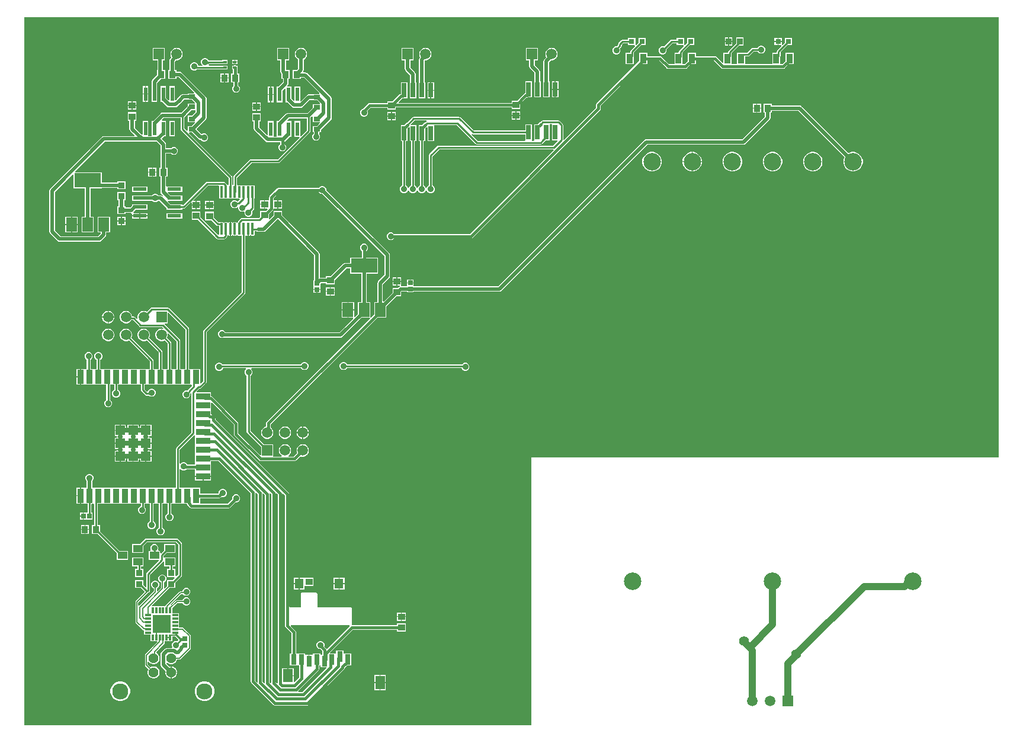
<source format=gtl>
%FSTAX23Y23*%
%MOIN*%
%SFA1B1*%

%IPPOS*%
%AMD70*
4,1,8,0.008100,-0.030300,0.008100,0.030300,0.006000,0.032300,-0.006000,0.032300,-0.008100,0.030300,-0.008100,-0.030300,-0.006000,-0.032300,0.006000,-0.032300,0.008100,-0.030300,0.0*
1,1,0.004040,0.006000,-0.030300*
1,1,0.004040,0.006000,0.030300*
1,1,0.004040,-0.006000,0.030300*
1,1,0.004040,-0.006000,-0.030300*
%
%ADD12C,0.006000*%
%ADD15C,0.010000*%
%ADD54R,0.036220X0.054330*%
%ADD55R,0.052360X0.052360*%
%ADD56R,0.078740X0.035430*%
%ADD57R,0.035430X0.078740*%
%ADD58R,0.078000X0.021000*%
%ADD59R,0.011810X0.033470*%
%ADD60R,0.033470X0.011810*%
%ADD61R,0.100390X0.100390*%
%ADD62R,0.036220X0.038580*%
%ADD63R,0.055120X0.039370*%
%ADD64R,0.036610X0.034250*%
%ADD65R,0.038580X0.036220*%
%ADD66R,0.059060X0.078740*%
%ADD67R,0.149610X0.078740*%
%ADD68R,0.028350X0.025200*%
%ADD69R,0.025200X0.028350*%
G04~CAMADD=70~8~0.0~0.0~645.7~161.4~20.2~0.0~15~0.0~0.0~0.0~0.0~0~0.0~0.0~0.0~0.0~0~0.0~0.0~0.0~270.0~162.0~646.0*
%ADD70D70*%
%ADD71R,0.026000X0.080000*%
%ADD72R,0.019680X0.011810*%
%ADD73R,0.035430X0.025590*%
%ADD74R,0.021000X0.078000*%
%ADD75R,0.031500X0.031500*%
%ADD76R,0.031890X0.036610*%
%ADD77R,0.055120X0.074800*%
%ADD78R,0.031500X0.059060*%
%ADD79R,0.051180X0.055120*%
%ADD80R,0.039370X0.037400*%
%ADD81C,0.020000*%
%ADD82C,0.015000*%
%ADD83C,0.040000*%
%ADD84C,0.098430*%
%ADD85C,0.030000*%
%ADD86C,0.056220*%
%ADD87C,0.090550*%
%ADD88R,0.059060X0.059060*%
%ADD89C,0.059060*%
%ADD90C,0.055120*%
%ADD91C,0.035000*%
%LNpcb1-1*%
%LPD*%
G36*
X06491Y02515D02*
X0386D01*
Y01008*
X01008*
Y04991*
X06491*
Y02515*
G37*
%LNpcb1-2*%
%LPC*%
G36*
X0527Y04875D02*
X05252D01*
Y04857*
X0527*
Y04875*
G37*
G36*
X04992Y04878D02*
X04973D01*
Y04857*
X04992*
Y04878*
G37*
G36*
X04968D02*
X0495D01*
Y04857*
X04968*
Y04878*
G37*
G36*
X05247Y04875D02*
X05229D01*
Y04857*
X05247*
Y04875*
G37*
G36*
X04505D02*
X04464D01*
Y04848*
X04451Y04836*
X04446Y04838*
Y04875*
X04405*
Y04865*
X04375*
X04371Y04864*
X04367Y04862*
X04352Y04847*
X0435Y04843*
X04349Y04839*
Y04835*
X04341Y04827*
X04335*
X04327Y04824*
X0432Y04817*
X04317Y04809*
Y048*
X0432Y04792*
X04327Y04785*
X04335Y04782*
X04344*
X04352Y04785*
X04359Y04792*
X04362Y048*
Y04809*
X04359Y04816*
X04367Y04823*
X04369Y04827*
X0437Y04831*
Y04835*
X04379Y04844*
X04405*
Y04834*
X04442*
X04444Y04829*
X0442Y04805*
X04418Y04801*
X04417Y04797*
Y04792*
X04391*
Y04727*
X04437*
Y04772*
X04438Y04773*
Y04793*
X04478Y04834*
X04505*
Y04875*
G37*
G36*
X05247Y04852D02*
X05229D01*
Y04834*
X05247*
Y04852*
G37*
G36*
X04992D02*
X04973D01*
Y04831*
X04992*
Y04852*
G37*
G36*
X04968D02*
X0495D01*
Y04831*
X04968*
Y04852*
G37*
G36*
X02207Y04751D02*
X02195D01*
Y04743*
X02207*
Y04751*
G37*
G36*
X0219D02*
X02177D01*
Y04743*
X0219*
Y04751*
G37*
G36*
X05055Y04878D02*
X05014D01*
Y04846*
X0497Y04802*
X04968Y04799*
X04967Y04795*
Y04792*
X04941*
Y04737*
X04937Y04735*
X04903Y04769*
X04899Y04771*
X04894Y04772*
X04788*
Y04792*
X04741*
Y04745*
X04724Y04728*
X04712*
Y04792*
X04714Y04796*
X04752Y04834*
X04779*
Y04875*
X04738*
Y04848*
X04725Y04836*
X0472Y04838*
Y04875*
X04679*
Y04865*
X0465*
X04646Y04864*
X04642Y04862*
X04607Y04826*
X04604Y04827*
X04595*
X04587Y04824*
X0458Y04817*
X04577Y04809*
Y048*
X0458Y04792*
X04587Y04785*
X04595Y04782*
X04604*
X04612Y04785*
X04619Y04792*
X04622Y048*
Y04809*
X04621Y04812*
X04654Y04844*
X04679*
Y04834*
X04716*
X04718Y04829*
X04692Y04803*
X0469Y048*
X04689Y04796*
Y04792*
X04666*
Y04728*
X04635*
X04594Y04769*
X0459Y04771*
X04585Y04772*
X04513*
Y04792*
X04466*
Y04745*
X04229Y04508*
X04226Y04504*
X04225Y04499*
Y04483*
X04045Y04302*
X0404Y04304*
Y04386*
X04039Y0439*
X04037Y04393*
X04022Y04408*
X04019Y0441*
X04015Y04411*
X03924*
X0392Y0441*
X03917Y04408*
X03912Y04403*
X03909Y04402*
X03905Y04399*
X03903Y04397*
X03894Y04389*
X03877*
Y04301*
Y04299*
X03872Y04296*
X03867*
X03863Y04299*
Y04301*
Y04389*
X03827*
Y04354*
X03537*
X03463Y04428*
X03459Y0443*
X03455Y04431*
X03199*
X03195Y0443*
X03192Y04428*
X03162Y04398*
X03159Y04398*
X03155Y04395*
X03153Y04393*
X03144Y04384*
X03127*
Y04294*
X03134*
Y04045*
X03132Y04044*
X03125Y04037*
X03122Y04029*
Y0402*
X03125Y04012*
X03132Y04005*
X0314Y04002*
X03149*
X03157Y04005*
X03164Y04012*
X03167Y0402*
Y04029*
X03164Y04037*
X03157Y04044*
X03155Y04045*
Y04294*
X03163*
Y04365*
X03172Y04374*
X03177Y04372*
Y04294*
X03184*
Y04045*
X03182Y04044*
X03175Y04037*
X03172Y04029*
Y0402*
X03175Y04012*
X03182Y04005*
X0319Y04002*
X03199*
X03207Y04005*
X03214Y04012*
X03217Y0402*
Y04029*
X03214Y04037*
X03207Y04044*
X03205Y04045*
Y04294*
X03213*
Y04384*
X03183*
X03181Y04389*
X03203Y04411*
X03272*
X03272Y04406*
X0327Y04405*
X03267Y04403*
X03261Y04397*
X03259Y04397*
X03255Y04394*
X03244Y04384*
X03227*
Y04294*
X03234*
Y04045*
X03232Y04044*
X03225Y04037*
X03222Y04029*
Y0402*
X03225Y04012*
X03232Y04005*
X0324Y04002*
X03249*
X03257Y04005*
X03264Y04012*
X03267Y0402*
Y04029*
X03264Y04037*
X03257Y04044*
X03255Y04045*
Y04294*
X03263*
Y04365*
X03272Y04374*
X03277Y04372*
Y04294*
X03313*
Y04381*
Y04384*
X03317Y04386*
X03441*
X03548Y04279*
X03551Y04277*
X03555Y04276*
X03915*
X03919Y04277*
X03922Y04279*
X03933Y04289*
X03934Y04292*
X03941Y04299*
X03963*
Y04386*
Y04389*
X03967Y04391*
X03972*
X03977Y04389*
Y04386*
Y04299*
X04006*
X04008Y04294*
X03984Y0427*
X0334*
X03336Y04269*
X03332Y04267*
X03287Y04222*
X03285Y04218*
X03284Y04215*
Y04045*
X03282Y04044*
X03275Y04037*
X03272Y04029*
Y0402*
X03275Y04012*
X03282Y04005*
X0329Y04002*
X03299*
X03307Y04005*
X03314Y04012*
X03317Y0402*
Y04029*
X03314Y04037*
X03307Y04044*
X03305Y04045*
Y0421*
X03344Y04249*
X03985*
X03987Y04244*
X03515Y03772*
X03089*
X03082Y03779*
X03074Y03782*
X03065*
X03057Y03779*
X0305Y03772*
X03047Y03764*
Y03755*
X0305Y03747*
X03057Y0374*
X03065Y03737*
X03074*
X03082Y0374*
X03089Y03747*
X0352*
X03525Y03748*
X03529Y0375*
X04247Y04469*
X0425Y04473*
X04251Y04478*
Y04494*
X04484Y04727*
X04513*
Y04747*
X0458*
X04621Y04706*
X04625Y04703*
X0463Y04702*
X04729*
X04734Y04703*
X04738Y04706*
X04759Y04727*
X04788*
Y04747*
X04889*
X0493Y04706*
X04934Y04703*
X04939Y04702*
X05279*
X05284Y04703*
X05288Y04706*
X05309Y04727*
X05338*
Y04792*
X05291*
Y04745*
X05274Y04728*
X05262*
Y04772*
X05263Y04773*
Y04794*
X05302Y04834*
X05329*
Y04875*
X05288*
Y04848*
X05275Y04836*
X0527Y04838*
Y04852*
X05252*
Y04834*
X05266*
X05268Y04829*
X05245Y04806*
X05243Y04802*
X05242Y04798*
Y04792*
X05216*
Y04728*
X05063*
Y04771*
X0508*
X05084Y04772*
X05087Y04774*
X05112Y04799*
X05134*
X05135Y04797*
X05142Y0479*
X0515Y04787*
X05159*
X05167Y0479*
X05174Y04797*
X05177Y04805*
Y04814*
X05174Y04822*
X05167Y04829*
X05159Y04832*
X0515*
X05142Y04829*
X05135Y04822*
X05134Y0482*
X05108*
X05104Y04819*
X05101Y04817*
X05076Y04792*
X05053*
X05052Y04792*
X05017*
Y04728*
X04988*
Y04772*
X04988Y04773*
Y04791*
X05028Y04831*
X05055*
Y04878*
G37*
G36*
X02207Y04738D02*
X02195D01*
Y04729*
X02207*
Y04738*
G37*
G36*
X0219D02*
X02177D01*
Y04729*
X0219*
Y04738*
G37*
G36*
X02029Y04762D02*
X0202D01*
X02012Y04759*
X02005Y04752*
X02002Y04744*
Y04735*
X02005Y04727*
X0201Y04722*
X02008Y04717*
X01987*
Y04719*
X01984Y04727*
X01977Y04734*
X01969Y04737*
X0196*
X01952Y04734*
X01945Y04727*
X01942Y04719*
Y0471*
X01945Y04702*
X01952Y04695*
X0196Y04692*
X01969*
X01977Y04695*
X01979Y04697*
X02039*
X02043Y04698*
X02044Y04699*
X02122*
Y04698*
X02152*
Y0472*
X02122*
Y04719*
X02047*
X02043Y04724*
X02043Y04725*
X02047Y04727*
X02049Y0473*
X02122*
Y04729*
X02152*
Y04751*
X02122*
Y0475*
X02045*
X02044Y0475*
X02044Y04752*
X02037Y04759*
X02029Y04762*
G37*
G36*
X02157Y04674D02*
X02136D01*
Y04652*
X02157*
Y04674*
G37*
G36*
X02131D02*
X0211D01*
Y04652*
X02131*
Y04674*
G37*
G36*
X02157Y04647D02*
X02136D01*
Y04625*
X02157*
Y04647*
G37*
G36*
X02131D02*
X0211D01*
Y04625*
X02131*
Y04647*
G37*
G36*
X04013Y04631D02*
X03997D01*
Y04588*
X04013*
Y04631*
G37*
G36*
X03992D02*
X03977D01*
Y04588*
X03992*
Y04631*
G37*
G36*
X03313Y04626D02*
X03297D01*
Y04583*
X03313*
Y04626*
G37*
G36*
X03292D02*
X03277D01*
Y04583*
X03292*
Y04626*
G37*
G36*
X02192Y04722D02*
X02187Y04721D01*
X02186Y0472*
X02177*
Y04698*
X02181*
Y04674*
X02171*
Y04625*
X02184*
Y04606*
X0218Y04602*
X02177Y04594*
Y04585*
X0218Y04577*
X02187Y0457*
X02195Y04567*
X02204*
X02212Y0457*
X02219Y04577*
X02222Y04585*
Y04594*
X02219Y04602*
X02212Y04609*
X0221Y0461*
Y04625*
X02218*
Y04674*
X02206*
Y04698*
X02207*
Y0472*
X02198*
X02197Y04721*
X02192Y04722*
G37*
G36*
X01705Y04604D02*
X01692D01*
Y04562*
X01705*
Y04604*
G37*
G36*
X01687D02*
X01674D01*
Y04562*
X01687*
Y04604*
G37*
G36*
X0241Y04601D02*
X02397D01*
Y04559*
X0241*
Y04601*
G37*
G36*
X02392D02*
X02379D01*
Y04559*
X02392*
Y04601*
G37*
G36*
X04013Y04583D02*
X03997D01*
Y04541*
X04013*
Y04583*
G37*
G36*
X03992D02*
X03977D01*
Y04541*
X03992*
Y04583*
G37*
G36*
X03979Y04819D02*
X0397D01*
X03961Y04817*
X03953Y04812*
X03947Y04806*
X03942Y04798*
X0394Y04789*
Y0478*
X03942Y04771*
X03945Y04766*
X03934Y04755*
X0393Y0475*
X03929Y04744*
Y04631*
X03927*
Y04541*
X03963*
Y04631*
X0396*
Y04738*
X03972Y0475*
X03979*
X03988Y04752*
X03996Y04757*
X04002Y04763*
X04007Y04771*
X04009Y0478*
Y04789*
X04007Y04798*
X04002Y04806*
X03996Y04812*
X03988Y04817*
X03979Y04819*
G37*
G36*
X03899D02*
X0383D01*
Y0475*
X03849*
Y04715*
X0385Y04709*
X03854Y04704*
X03879Y04679*
Y04631*
X03877*
Y04541*
X03913*
Y04631*
X0391*
Y04685*
X03909Y04691*
X03905Y04696*
X0388Y04721*
Y0475*
X03899*
Y04819*
G37*
G36*
X03313Y04578D02*
X03297D01*
Y04536*
X03313*
Y04578*
G37*
G36*
X03292D02*
X03277D01*
Y04536*
X03292*
Y04578*
G37*
G36*
X03269Y04819D02*
X0326D01*
X03251Y04817*
X03243Y04812*
X03237Y04806*
X03232Y04798*
X0323Y04789*
Y0478*
X03232Y04771*
X03235Y04766*
X03234Y04765*
X0323Y0476*
X03229Y04754*
Y04626*
X03227*
Y04536*
X03263*
Y04626*
X0326*
Y04748*
X03262Y0475*
X03269*
X03278Y04752*
X03286Y04757*
X03292Y04763*
X03297Y04771*
X03299Y0478*
Y04789*
X03297Y04798*
X03292Y04806*
X03286Y04812*
X03278Y04817*
X03269Y04819*
G37*
G36*
X03199D02*
X0313D01*
Y0475*
X03149*
Y04701*
X0315Y04695*
X03154Y0469*
X03179Y04665*
Y04626*
X03177*
Y04536*
X03213*
Y04626*
X0321*
Y04671*
X03209Y04677*
X03205Y04682*
X0318Y04708*
Y0475*
X03199*
Y04819*
G37*
G36*
X02569D02*
X0256D01*
X02551Y04817*
X02543Y04812*
X02537Y04806*
X02532Y04798*
X0253Y04789*
Y0478*
X02532Y04771*
X02537Y04763*
X02543Y04757*
X02549Y04753*
Y04702*
X02541Y04694*
X02516*
Y04645*
X02563*
Y04651*
X02583*
X02669Y04564*
X02667Y04559*
X02632*
Y04557*
X02607*
X02602Y04556*
X02597Y04552*
X02565Y0452*
X0256Y04522*
Y04601*
X02529*
Y04522*
X02524Y0452*
X0251Y04534*
Y04601*
X02488*
X02486Y04605*
X02489Y04608*
X02493Y04613*
X02494Y04619*
Y04645*
X02502*
Y04694*
X0248*
Y0475*
X02499*
Y04819*
X0243*
Y0475*
X02449*
Y04685*
X0245Y04679*
X02454Y04674*
X02455Y04672*
Y04645*
X02463*
Y04625*
X02438Y04601*
X02429*
Y04513*
X0246*
Y04579*
X02474Y04593*
X02479Y04591*
Y04513*
X02488*
X02514Y04487*
X02519Y04483*
X02525Y04482*
X02563*
X02569Y04483*
X02574Y04487*
X02614Y04526*
X02632*
Y04524*
X02656*
X02672Y04507*
X0267Y04502*
X02632*
Y04483*
X02602Y04453*
X02492*
X02486Y04452*
X02481Y04449*
X02438Y04407*
X02429*
Y04319*
X0241*
Y04407*
X02379*
Y04328*
X02374Y04326*
X0233Y04371*
Y04405*
X02339*
Y04452*
X0229*
Y04405*
X02299*
Y04365*
X023Y04359*
X02304Y04354*
X02365Y04293*
X0237Y04289*
X02376Y04288*
X02447*
Y04279*
X0244Y04272*
X02437Y04264*
Y04255*
X0244Y04247*
X02447Y0424*
X02455Y04237*
X02464*
X02472Y0424*
X02479Y04247*
X02482Y04255*
Y04264*
X02479Y04272*
X02472Y04279*
Y04291*
X02475Y04293*
X02501Y04319*
X0251*
Y04407*
X02488*
X02486Y04411*
X02498Y04423*
X02598*
Y04356*
X02565Y04323*
X0256Y04325*
Y04407*
X02529*
Y04319*
X02554*
X02556Y04314*
X02434Y04192*
X02281*
X02278Y04191*
X02274Y04189*
X02187Y04101*
X02185Y04098*
X02184Y04094*
Y04049*
X02182Y04048*
X02177Y04051*
Y04093*
X02176Y04097*
X02174Y041*
X01935Y0434*
X01937Y04345*
X01951*
X01989Y04307*
X01994Y04303*
X01999Y04302*
X02*
X02Y04302*
X02007Y04295*
X02015Y04292*
X02024*
X02032Y04295*
X02039Y04302*
X02042Y0431*
Y04319*
X02039Y04327*
X02032Y04334*
X02024Y04337*
X02015*
X02007Y04334*
X02006Y04333*
X02006*
X01976Y04362*
X02028Y04414*
X02031Y04419*
X02033Y04425*
Y04536*
X02031Y04541*
X02028Y04546*
X01894Y0468*
X01889Y04684*
X01883Y04685*
X01863*
Y04694*
X01855*
Y04743*
X01862Y0475*
X01869*
X01878Y04752*
X01886Y04757*
X01892Y04763*
X01897Y04771*
X01899Y0478*
Y04789*
X01897Y04798*
X01892Y04806*
X01886Y04812*
X01878Y04817*
X01869Y04819*
X0186*
X01851Y04817*
X01843Y04812*
X01837Y04806*
X01832Y04798*
X0183Y04789*
Y0478*
X01832Y04771*
X01835Y04766*
X01829Y0476*
X01825Y04755*
X01824Y04749*
Y04694*
X01816*
Y04645*
X01863*
Y04654*
X01877*
X01964Y04567*
X01962Y04562*
X01927*
Y0456*
X01902*
X01896Y04559*
X01891Y04555*
X01869Y04534*
X01868Y04532*
X0186Y04523*
X01855Y04525*
Y04604*
X01824*
Y04525*
X01819Y04523*
X01805Y04537*
Y04604*
X01774*
Y04516*
X01783*
X01809Y0449*
X01814Y04486*
X0182Y04485*
X01858*
X01864Y04486*
X01869Y0449*
X01891Y04511*
X01892Y04513*
X01908Y04529*
X01927*
Y04527*
X01951*
X01967Y0451*
X01965Y04505*
X01927*
Y04491*
X0189Y04455*
X01785*
X01779Y04454*
X01774Y0445*
X01733Y0441*
X01724*
Y04322*
X01705*
Y0441*
X01674*
Y04331*
X01669Y04329*
X0163Y04369*
Y0441*
X01639*
Y04457*
X0159*
Y0441*
X01599*
Y04363*
X016Y04357*
X01604Y04352*
X01629Y04326*
X01627Y04322*
X01455*
X01449Y04321*
X01444Y04317*
X01154Y04027*
X0115Y04022*
X01149Y04016*
Y03785*
X0115Y03779*
X01154Y03774*
X01194Y03734*
X01199Y0373*
X01205Y03729*
X0143*
X01435Y0373*
X0144Y03734*
X01464Y03757*
X01467Y03762*
X01468Y03768*
Y03781*
X0149*
Y0387*
X01421*
Y03781*
X01438*
Y03774*
X01423Y0376*
X01211*
X0118Y03791*
Y0401*
X0128Y0411*
X01285Y04108*
Y04029*
X01349*
Y0387*
X0133*
Y03781*
X01399*
Y0387*
X0138*
Y04029*
X01444*
Y04031*
X01531*
Y04024*
X01578*
Y04068*
X01531*
Y04061*
X01444*
Y04118*
X01295*
X01293Y04123*
X01461Y04291*
X01753*
X01774Y0427*
Y04245*
Y04144*
X01766*
Y04095*
X01774*
Y04008*
X01775Y04002*
X01779Y03997*
X01786Y0399*
X01783Y03986*
X01779Y03989*
X01773Y0399*
X01761*
X01757Y03994*
X01749Y03997*
X0174*
X01732Y03994*
X01728Y0399*
X01702*
Y0399*
X01614*
Y03959*
X01702*
Y03959*
X01728*
X01732Y03955*
X0174Y03952*
X01749*
X01757Y03955*
X01761Y03959*
X01767*
X01808Y03918*
Y03909*
X01896*
Y03914*
X01905*
X01909Y03915*
X01912Y03917*
X01945Y0395*
X0195Y03948*
Y03938*
X01972*
Y03959*
X0196*
X01958Y03963*
X0204Y04045*
X02101*
X02102Y04044*
X02104Y0404*
X02104Y04039*
Y03978*
X02104Y03975*
X02106Y03973*
X02108Y03971*
X02111Y03971*
X02123*
X02126Y03971*
X02128Y03973*
X02131*
X02133Y03971*
X02136Y03971*
X02148*
X02151Y03971*
X02153Y03973*
X02156*
X02158Y03971*
X02161Y03971*
X02173*
X02176Y03971*
X02178Y03973*
X02181*
X02183Y03971*
X02186Y03971*
X02198*
X02201Y03971*
X02203Y03973*
X02206*
X02208Y03971*
X02211Y03971*
X02218*
X02221Y03966*
X02209Y03955*
X02206*
X02202Y03959*
X02194Y03962*
X02185*
X02177Y03959*
X0217Y03952*
X02167Y03944*
Y03935*
X0217Y03927*
X02177Y0392*
X02185Y03917*
X02194*
X02202Y0392*
X02207Y03926*
X0221Y03925*
X02212Y03923*
Y03915*
X02215Y03907*
X02222Y039*
X0223Y03897*
X02239*
X02243Y03898*
X02245Y03896*
X02247Y03895*
Y03886*
X0225Y03878*
X02256Y03872*
X02265Y03868*
X02274*
X02282Y03872*
X02288Y03878*
X02292Y03886*
Y03895*
X0229Y039*
X02299Y0391*
X02301Y03913*
X02302Y03917*
Y03972*
X02303Y03973*
X02305Y03975*
X02305Y03978*
Y04039*
X02305Y04041*
X02303Y04044*
X02301Y04045*
X02298Y04046*
X02286*
X02283Y04045*
X02281Y04044*
X02278*
X02276Y04045*
X02273Y04046*
X02261*
X02258Y04045*
X02256Y04044*
X02253*
X02251Y04045*
X02248Y04046*
X02236*
X02233Y04045*
X02231Y04044*
X02228*
X02226Y04045*
X02223Y04046*
X02211*
X02209Y04045*
X02206Y04047*
X02204Y04048*
Y0409*
X02286Y04171*
X02438*
X02442Y04172*
X02445Y04174*
X02615Y04344*
X02617Y04348*
X02618Y04351*
Y04427*
X02619Y04427*
X02627Y04435*
X02632Y04433*
Y04402*
X02671*
X02672Y04397*
X02656Y0438*
X02632*
Y04345*
X02637*
Y04339*
X0263Y04332*
X02627Y04324*
Y04315*
X0263Y04307*
X02637Y043*
X02645Y04297*
X02654*
X02662Y043*
X02669Y04307*
X02672Y04315*
Y04324*
X02669Y04332*
X02667Y04334*
Y04345*
X02677*
Y04359*
X02733Y04414*
X02736Y04419*
X02738Y04425*
Y04533*
X02736Y04539*
X02733Y04543*
X026Y04677*
X02595Y0468*
X02589Y04681*
X02578*
X02576Y04686*
X02579Y0469*
X0258Y04696*
Y04753*
X02586Y04757*
X02592Y04763*
X02597Y04771*
X02599Y0478*
Y04789*
X02597Y04798*
X02592Y04806*
X02586Y04812*
X02578Y04817*
X02569Y04819*
G37*
G36*
X01799D02*
X0173D01*
Y0475*
X01756*
Y04694*
X01755*
Y04667*
X01729Y0464*
X01725Y04635*
X01724Y04629*
Y04604*
X01724*
Y04516*
X01755*
Y04604*
X01755*
Y04623*
X01777Y04645*
X01802*
Y04694*
X01787*
Y0475*
X01799*
Y04819*
G37*
G36*
X01705Y04557D02*
X01692D01*
Y04516*
X01705*
Y04557*
G37*
G36*
X01687D02*
X01674D01*
Y04516*
X01687*
Y04557*
G37*
G36*
X0241Y04554D02*
X02397D01*
Y04513*
X0241*
Y04554*
G37*
G36*
X02392D02*
X02379D01*
Y04513*
X02392*
Y04554*
G37*
G36*
X03863Y04631D02*
X03827D01*
Y04565*
X03824Y04565*
X0382Y04562*
X03781Y04523*
X0375*
Y0451*
X03115*
X03113Y04515*
X03133Y04535*
X03139*
X0314Y04536*
X03163*
Y04626*
X03127*
Y0456*
X03123Y0456*
X03119Y04557*
X03081Y04519*
X0305*
Y04508*
X02951*
X02946Y04507*
X02942Y04505*
X02913Y04476*
X02907Y04474*
X029Y04467*
X02897Y04459*
Y0445*
X029Y04442*
X02907Y04435*
X02915Y04432*
X02924*
X02932Y04435*
X02939Y04442*
X02942Y0445*
Y04459*
X02939Y04466*
X02956Y04483*
X0305*
Y04472*
X03099*
Y04485*
X0375*
Y04476*
X03799*
Y04505*
X03834Y0454*
X03839*
X0384Y04541*
X03863*
Y04631*
G37*
G36*
X01639Y04518D02*
X01617D01*
Y04497*
X01639*
Y04518*
G37*
G36*
X01612D02*
X0159D01*
Y04497*
X01612*
Y04518*
G37*
G36*
X02339Y04513D02*
X02317D01*
Y04492*
X02339*
Y04513*
G37*
G36*
X02312D02*
X0229D01*
Y04492*
X02312*
Y04513*
G37*
G36*
X05153Y04504D02*
X05132D01*
Y04482*
X05153*
Y04504*
G37*
G36*
X05127D02*
X05106D01*
Y04482*
X05127*
Y04504*
G37*
G36*
X01639Y04492D02*
X01617D01*
Y04471*
X01639*
Y04492*
G37*
G36*
X01612D02*
X0159D01*
Y04471*
X01612*
Y04492*
G37*
G36*
X02339Y04487D02*
X02317D01*
Y04466*
X02339*
Y04487*
G37*
G36*
X02312D02*
X0229D01*
Y04466*
X02312*
Y04487*
G37*
G36*
X05153Y04477D02*
X05132D01*
Y04455*
X05153*
Y04477*
G37*
G36*
X05127D02*
X05106D01*
Y04455*
X05127*
Y04477*
G37*
G36*
X03799Y04462D02*
X03777D01*
Y04441*
X03799*
Y04462*
G37*
G36*
X03772D02*
X0375D01*
Y04441*
X03772*
Y04462*
G37*
G36*
X03099Y04458D02*
X03077D01*
Y04437*
X03099*
Y04458*
G37*
G36*
X03072D02*
X0305D01*
Y04437*
X03072*
Y04458*
G37*
G36*
X03799Y04436D02*
X03777D01*
Y04415*
X03799*
Y04436*
G37*
G36*
X03772D02*
X0375D01*
Y04415*
X03772*
Y04436*
G37*
G36*
X03099Y04432D02*
X03077D01*
Y04411*
X03099*
Y04432*
G37*
G36*
X03072D02*
X0305D01*
Y04411*
X03072*
Y04432*
G37*
G36*
X04773Y04234D02*
X04768D01*
Y04182*
X0482*
Y04187*
X04816Y042*
X04809Y04213*
X04799Y04223*
X04787Y0423*
X04773Y04234*
G37*
G36*
X04763D02*
X04759D01*
X04745Y0423*
X04733Y04223*
X04723Y04213*
X04715Y042*
X04712Y04187*
Y04182*
X04763*
Y04234*
G37*
G36*
X05214Y04504D02*
X05167D01*
Y04455*
X05175*
Y04432*
X05048Y04305*
X04508*
X04502Y04304*
X04497Y043*
X03674Y03478*
X03199*
Y03494*
X0318*
X0316*
Y03478*
X03129*
X03129Y03482*
Y03483*
Y03503*
X03107*
Y03482*
X03122*
X03123Y03477*
X03118Y03476*
X03113Y03473*
X03109Y03468*
X03109Y03468*
X0308*
Y03443*
X0303Y03393*
X03025Y03395*
Y0349*
X0306Y03525*
X03064Y0353*
X03065Y03536*
Y03655*
X03064Y0366*
X0306Y03665*
X02707Y04019*
Y04024*
X02704Y04032*
X02697Y04039*
X02689Y04042*
X0268*
X02672Y04039*
X02665Y04032*
X0244*
X02435Y04031*
X0243Y04029*
X02389Y03987*
X02386Y03983*
X02385Y03978*
Y03967*
X02384Y03963*
X02362*
Y0394*
Y03916*
X02374*
X02376Y03912*
X02366Y03902*
X02335*
Y0387*
X02327Y03861*
X02232*
X02228Y03861*
X02225Y03858*
X02212Y03845*
X0221Y03842*
X02209Y03838*
Y03838*
X02208Y03838*
X02206Y03836*
X02203*
X02201Y03838*
X02198Y03838*
X02195*
Y03801*
Y03763*
X02198*
X02201Y03764*
X02203Y03765*
X02206*
X02208Y03764*
X02211Y03763*
X02223*
X02226Y03764*
X02227Y03765*
X02231Y03763*
X02232Y03762*
Y03446*
X02017Y03232*
X02015Y03228*
X02014Y03225*
Y02945*
X02002Y02932*
X01997Y02934*
Y03013*
X01952*
X01952*
X01947*
X01947*
X01934*
Y0324*
X01934Y03244*
X01931Y03247*
X01822Y03356*
X01819Y03358*
X01815Y03359*
X01724*
X0172Y03358*
X01717Y03356*
X01696Y03335*
X01693Y03337*
X01684Y03339*
X01675*
X01666Y03337*
X01658Y03332*
X01652Y03326*
X01647Y03318*
X01645Y03309*
Y033*
X01646Y03297*
X01641Y03294*
X01631Y03304*
X01628Y03306*
X01624Y03307*
X01614*
Y03309*
X01612Y03318*
X01607Y03326*
X01601Y03332*
X01593Y03337*
X01584Y03339*
X01575*
X01566Y03337*
X01558Y03332*
X01552Y03326*
X01547Y03318*
X01545Y03309*
Y033*
X01547Y03291*
X01552Y03283*
X01558Y03277*
X01566Y03272*
X01575Y0327*
X01584*
X01593Y03272*
X01601Y03277*
X01607Y03283*
X01609Y03287*
X0162*
X01655Y03252*
X01658Y0325*
X01662Y03249*
X01784*
X0179Y03243*
X01787Y03238*
X01784Y03239*
X01775*
X01766Y03237*
X01758Y03232*
X01752Y03226*
X01747Y03218*
X01745Y03209*
Y032*
X01747Y03191*
X01752Y03183*
X01758Y03177*
X01766Y03172*
X01775Y0317*
X01784*
X01793Y03172*
X01796Y03174*
X01814Y03156*
Y03013*
X01802*
X01802*
X01797*
X01797*
X01784*
Y0311*
X01784Y03114*
X01781Y03117*
X0171Y03188*
X01712Y03191*
X01714Y032*
Y03209*
X01712Y03218*
X01707Y03226*
X01701Y03232*
X01693Y03237*
X01684Y03239*
X01675*
X01666Y03237*
X01658Y03232*
X01652Y03226*
X01647Y03218*
X01645Y03209*
Y032*
X01647Y03191*
X01652Y03183*
X01658Y03177*
X01666Y03172*
X01675Y0317*
X01684*
X01693Y03172*
X01696Y03174*
X01764Y03106*
Y03013*
X01752*
X01752*
X01747*
X01747*
X01734*
Y0306*
X01734Y03064*
X01731Y03067*
X0161Y03188*
X01612Y03191*
X01614Y032*
Y03209*
X01612Y03218*
X01607Y03226*
X01601Y03232*
X01593Y03237*
X01584Y03239*
X01575*
X01566Y03237*
X01558Y03232*
X01552Y03226*
X01547Y03218*
X01545Y03209*
Y032*
X01547Y03191*
X01552Y03183*
X01558Y03177*
X01566Y03172*
X01575Y0317*
X01584*
X01593Y03172*
X01596Y03174*
X01714Y03056*
Y03013*
X01702*
X01702*
X01697*
X01697*
X01652*
X01652*
X01647*
X01647*
X01602*
X01602*
X01597*
X01597*
X01552*
X01552*
X01547*
X01547*
X01502*
X01502*
X01497*
X01497*
X01452*
X01452*
X01447*
X01447*
X01435*
Y03064*
X01437Y03065*
X01444Y03072*
X01447Y0308*
Y03089*
X01444Y03097*
X01437Y03104*
X01429Y03107*
X0142*
X01412Y03104*
X01405Y03097*
X01402Y03089*
Y0308*
X01405Y03072*
X01412Y03065*
X01414Y03064*
Y03013*
X01402*
X01402*
X01397*
X01397*
X0138*
Y03064*
X01382Y03065*
X01389Y03072*
X01392Y0308*
Y03089*
X01389Y03097*
X01382Y03104*
X01374Y03107*
X01365*
X01357Y03104*
X0135Y03097*
X01347Y03089*
Y0308*
X0135Y03072*
X01357Y03065*
X01359Y03064*
Y03013*
X01352*
X01352*
X01347*
X01347*
X01327*
Y02969*
Y02924*
X01347*
X01347*
X01352*
X01352*
X01397*
X01397*
X01402*
X01402*
X01447*
X01447*
X01452*
X01452*
X01469*
Y0284*
X01467Y02839*
X0146Y02832*
X01457Y02824*
Y02815*
X0146Y02807*
X01467Y028*
X01475Y02797*
X01484*
X01492Y028*
X01499Y02807*
X01502Y02815*
Y02824*
X01499Y02832*
X01492Y02839*
X0149Y0284*
Y02924*
X01497*
X01497*
X01502*
X01502*
X01514*
Y02895*
X01512Y02894*
X01505Y02887*
X01502Y02879*
Y0287*
X01505Y02862*
X01512Y02855*
X0152Y02852*
X01529*
X01537Y02855*
X01544Y02862*
X01547Y0287*
Y02879*
X01544Y02887*
X01537Y02894*
X01535Y02895*
Y02924*
X01547*
X01547*
X01552*
X01552*
X01597*
X01597*
X01602*
X01602*
X01647*
X01647*
X01652*
X01652*
X01664*
Y02895*
X01665Y02891*
X01667Y02888*
X01688Y02866*
X01691Y02864*
X01695Y02863*
X01704*
X01708Y02864*
X01708Y02864*
X01712Y0286*
X0172Y02857*
X01729*
X01737Y0286*
X01744Y02867*
X01747Y02875*
Y02884*
X01744Y02892*
X01737Y02899*
X01729Y02902*
X0172*
X01712Y02899*
X01705Y02892*
X01703Y02887*
X01698Y02886*
X01684Y02899*
Y02924*
X01697*
X01697*
X01702*
X01702*
X01747*
X01747*
X01752*
X01752*
X01797*
X01797*
X01802*
X01802*
X01847*
X01852*
X01897*
X01902*
X01946*
X01947*
X01951Y02923*
Y02918*
X01932Y02898*
X0193Y02895*
X0193Y02894*
X01925Y02891*
X01924Y02892*
X01915*
X01907Y02889*
X019Y02882*
X01897Y02874*
Y02865*
X019Y02857*
X01907Y0285*
X01915Y02847*
X01924*
X01932Y0285*
X01939Y02857*
X01942Y02865*
Y02874*
X01941Y02876*
X01945Y02879*
X01949Y02878*
Y02656*
X01865Y02572*
X01863Y02568*
X01862Y02565*
Y02344*
X01852*
X01852*
X01847*
X01847*
X01802*
X01802*
X01797*
X01797*
X01752*
X01752*
X01747*
X01747*
X01702*
X01702*
X01697*
X01697*
X01652*
X01652*
X01647*
X01647*
X01602*
X01602*
X01597*
X01597*
X01552*
X01552*
X01547*
X01547*
X01502*
X01502*
X01497*
X01497*
X01452*
X01452*
X01447*
X01447*
X01402*
X01402*
X01397*
X01397*
X0139*
Y02383*
X01394Y02387*
X01397Y02395*
Y02404*
X01394Y02412*
X01387Y02419*
X01379Y02422*
X0137*
X01362Y02419*
X01355Y02412*
X01352Y02404*
Y02395*
X01355Y02387*
X01359Y02383*
Y02344*
X01352*
X01352*
X01347*
X01347*
X01327*
Y02299*
Y02255*
X01347*
X01347*
X01352*
X01352*
X01364*
Y02204*
X01342*
Y02185*
Y02165*
X01392*
Y02204*
X01385*
Y02251*
X01388Y02255*
X01397*
X014Y02251*
Y02134*
X01387*
Y02085*
X01419*
X01527Y01977*
Y0194*
X01592*
Y01989*
X01544*
X01433Y021*
Y02134*
X0142*
Y02255*
X01447*
X01447*
X01452*
X01452*
X01497*
X01497*
X01502*
X01502*
X01547*
X01547*
X01552*
X01552*
X01597*
X01597*
X01602*
X01602*
X01647*
X01647*
X01652*
X01652*
X01664*
Y02242*
X01657Y02239*
X0165Y02232*
X01647Y02224*
Y02215*
X0165Y02207*
X01657Y022*
X01665Y02197*
X01674*
X01682Y022*
X01689Y02207*
X01692Y02215*
Y02224*
X01689Y02232*
X01684Y02236*
Y02255*
X01697*
X01697*
X01702*
X01702*
X01714*
Y0219*
X01714Y02188*
Y02155*
X01712Y02154*
X01705Y02147*
X01702Y02139*
Y0213*
X01705Y02122*
X01712Y02115*
X0172Y02112*
X01729*
X01737Y02115*
X01744Y02122*
X01747Y0213*
Y02139*
X01744Y02147*
X01737Y02154*
X01735Y02155*
Y0219*
X01734Y02191*
Y02255*
X01747*
X01747*
X01752*
X01752*
X01764*
Y0212*
X01762Y02119*
X01755Y02112*
X01752Y02104*
Y02095*
X01755Y02087*
X01762Y0208*
X0177Y02077*
X01779*
X01787Y0208*
X01794Y02087*
X01797Y02095*
Y02104*
X01794Y02112*
X01787Y02119*
X01785Y0212*
Y02255*
X01797*
X01797*
X01802*
X01802*
X01814*
Y022*
X01812Y02199*
X01805Y02192*
X01802Y02184*
Y02175*
X01805Y02167*
X01812Y0216*
X0182Y02157*
X01829*
X01837Y0216*
X01844Y02167*
X01847Y02175*
Y02184*
X01844Y02192*
X01837Y02199*
X01835Y022*
Y02255*
X01847*
X01847*
X01852*
X01852*
X01897*
X01897*
X01902*
X01902*
X01922*
X01923Y02252*
X01925Y02248*
X0194Y02233*
X01944Y02231*
X01949Y0223*
X02157*
X02162Y02231*
X02166Y02233*
X02195Y02262*
X02204*
X02212Y02265*
X02219Y02272*
X02222Y0228*
Y02289*
X02219Y02297*
X02212Y02304*
X02204Y02307*
X02195*
X02187Y02304*
X0218Y02297*
X02177Y02289*
Y0228*
X02152Y02255*
X01997*
Y02286*
X02104*
X02109Y02287*
X02113Y0229*
X02116Y02294*
X0212Y02292*
X02129*
X02137Y02295*
X02144Y02302*
X02147Y0231*
Y02319*
X02144Y02327*
X02137Y02334*
X02129Y02337*
X0212*
X02112Y02334*
X02105Y02327*
X02102Y02319*
Y02315*
X02099Y02312*
X01997*
Y02344*
X01952*
X01947*
X01902*
X01902*
X01897*
X01897*
X01882*
Y02448*
X01887Y0245*
X01892Y02445*
X019Y02442*
X01909*
X01917Y02445*
X01921Y02449*
X01969*
Y02437*
Y02436*
Y02432*
Y02431*
Y02411*
X02014*
X02058*
Y02431*
Y02432*
Y02436*
Y02437*
Y02482*
Y02486*
Y02496*
X02099*
X02282Y02314*
Y01254*
X02283Y01249*
X02285Y01245*
X02407Y01124*
X02411Y01121*
X02416Y0112*
X026*
X02605Y01121*
X02609Y01124*
X02808Y01324*
X02811Y01328*
X02812Y01332*
X02823Y01344*
X02847*
Y01413*
X02805*
X02803Y01417*
Y01428*
X02762*
Y01417*
X0276Y01413*
X02728*
X02727Y01417*
X02855Y01546*
X03105*
Y01535*
X03154*
Y01582*
X03105*
Y01571*
X02855*
X02852Y01576*
Y01667*
X0285Y0167*
X02846Y01672*
X02656*
Y01748*
X02655Y01752*
X02651Y01754*
X02568*
X02564Y01752*
X02563Y01748*
Y01672*
X02504*
X02499Y01676*
Y02308*
X02498Y02313*
X02495Y02317*
X02083Y02729*
Y02734*
X02082Y02739*
X02079Y02743*
X02069Y02753*
X02065Y02756*
X0206Y02757*
X02058*
Y02782*
Y02786*
Y02822*
X02063Y02824*
X02186Y027*
Y02646*
X02187Y02641*
X0219Y02637*
X02329Y02498*
X02333Y02496*
X02338Y02495*
X02527*
X02532Y02496*
X02536Y02498*
X02561Y02523*
X02561Y02522*
X0257Y0252*
X02579*
X02588Y02522*
X02596Y02527*
X02602Y02533*
X02607Y02541*
X02609Y0255*
Y02559*
X02607Y02568*
X02602Y02576*
X02596Y02582*
X02588Y02587*
X02579Y02589*
X0257*
X02561Y02587*
X02553Y02582*
X02547Y02576*
X02542Y02568*
X0254Y02559*
Y0255*
X02542Y02541*
X02543Y02541*
X02522Y0252*
X02494*
X02493Y02525*
X02496Y02527*
X02502Y02533*
X02507Y02541*
X02509Y0255*
Y02559*
X02507Y02568*
X02502Y02576*
X02496Y02582*
X02488Y02587*
X02479Y02589*
X0247*
X02461Y02587*
X02453Y02582*
X02447Y02576*
X02442Y02568*
X0244Y02559*
Y0255*
X02442Y02541*
X02447Y02533*
X02453Y02527*
X02456Y02525*
X02455Y0252*
X02409*
Y02589*
X02354*
X0228Y02664*
Y02974*
X02282Y02975*
X02289Y02982*
X02292Y0299*
Y02999*
X02289Y03007*
X02284Y03012*
X02286Y03017*
X02565*
X02565Y03017*
X02572Y0301*
X0258Y03007*
X02589*
X02597Y0301*
X02604Y03017*
X02607Y03025*
Y03034*
X02604Y03042*
X02597Y03049*
X02589Y03052*
X0258*
X02572Y03049*
X02565Y03042*
X02563Y03037*
X02124*
X02124Y03037*
X02117Y03044*
X02109Y03047*
X021*
X02092Y03044*
X02085Y03037*
X02082Y03029*
Y0302*
X02085Y03012*
X02092Y03005*
X021Y03002*
X02109*
X02117Y03005*
X02124Y03012*
X02126Y03017*
X02253*
X02255Y03012*
X0225Y03007*
X02247Y02999*
Y0299*
X0225Y02982*
X02257Y02975*
X02259Y02974*
Y0266*
X0226Y02656*
X02262Y02652*
X0234Y02575*
Y0253*
X02335Y02528*
X02212Y02652*
Y02705*
X02211Y0271*
X02208Y02714*
X02065Y02858*
X02061Y0286*
X02058Y02861*
Y02882*
X01979*
X01977Y02886*
X01992Y02901*
X01995*
X01999Y02902*
X02002Y02904*
X02032Y02933*
X02034Y02937*
X02035Y0294*
Y0322*
X02249Y03435*
X02251Y03438*
X02252Y03442*
Y03762*
X02253Y03763*
X02257Y03765*
X02258Y03764*
X02261Y03763*
X02265*
Y03801*
X0227*
Y03763*
X02273*
X02276Y03764*
X02278Y03765*
X02281*
X02283Y03764*
X02286Y03763*
X02298*
X02301Y03764*
X02303Y03765*
X02305Y03768*
X02305Y0377*
Y03789*
X02313*
X02314Y03789*
X02319Y03785*
X02325Y03784*
X02354*
X0236Y03785*
X02365Y03789*
X02432Y03855*
X02437*
X02639Y03653*
Y03512*
X02635*
Y03477*
Y03462*
X02655*
X02674*
Y0349*
X02678Y03495*
X02705*
Y03487*
X02754*
Y03512*
X0282Y03578*
X0284*
Y03549*
X02904*
Y0339*
X02885*
Y03323*
X02868Y03306*
X02863Y03308*
Y03343*
X02831*
Y03301*
X02857*
X02859Y03296*
X02782Y0322*
X0214*
X02139Y03222*
X02132Y03229*
X02124Y03232*
X02115*
X02107Y03229*
X021Y03222*
X02097Y03214*
Y03205*
X021Y03197*
X02107Y0319*
X02115Y03187*
X02124*
X02129Y03189*
X02788*
X02794Y0319*
X02799Y03194*
X02907Y03301*
X0295*
X02953Y03296*
X02372Y02716*
X02369Y02711*
X02368Y02707*
Y02689*
X02361Y02687*
X02353Y02682*
X02347Y02676*
X02342Y02668*
X0234Y02659*
Y0265*
X02342Y02641*
X02347Y02633*
X02353Y02627*
X02361Y02622*
X0237Y0262*
X02379*
X02388Y02622*
X02396Y02627*
X02402Y02633*
X02407Y02641*
X02409Y0265*
Y02659*
X02407Y02668*
X02402Y02676*
X02396Y02682*
X02394Y02683*
Y02701*
X02994Y03301*
X03045*
Y03365*
X03047Y03367*
X03102Y03421*
X03129*
Y03447*
X0316*
Y03445*
X03199*
Y03447*
X0368*
X03686Y03448*
X03691Y03451*
X04514Y04274*
X05055*
X0506Y04275*
X05065Y04279*
X05201Y04415*
X05205Y0442*
X05206Y04426*
Y04455*
X05214*
Y04464*
X05365*
X05624Y04205*
X05621Y042*
X05617Y04187*
Y04172*
X05621Y04159*
X05628Y04146*
X05638Y04136*
X0565Y04129*
X05664Y04125*
X05679*
X05692Y04129*
X05705Y04136*
X05715Y04146*
X05722Y04159*
X05726Y04172*
Y04187*
X05722Y042*
X05715Y04213*
X05705Y04223*
X05692Y0423*
X05679Y04234*
X05664*
X0565Y0423*
X05645Y04227*
X05382Y0449*
X05377Y04494*
X05371Y04495*
X05214*
Y04504*
G37*
G36*
X05452Y04234D02*
X05438D01*
X05424Y0423*
X05412Y04223*
X05402Y04213*
X05394Y042*
X05391Y04187*
Y04172*
X05394Y04159*
X05402Y04146*
X05412Y04136*
X05424Y04129*
X05438Y04125*
X05452*
X05466Y04129*
X05478Y04136*
X05488Y04146*
X05496Y04159*
X05499Y04172*
Y04187*
X05496Y042*
X05488Y04213*
X05478Y04223*
X05466Y0423*
X05452Y04234*
G37*
G36*
X05226D02*
X05212D01*
X05198Y0423*
X05185Y04223*
X05175Y04213*
X05168Y042*
X05164Y04187*
Y04172*
X05168Y04159*
X05175Y04146*
X05185Y04136*
X05198Y04129*
X05212Y04125*
X05226*
X0524Y04129*
X05252Y04136*
X05262Y04146*
X05269Y04159*
X05273Y04172*
Y04187*
X05269Y042*
X05262Y04213*
X05252Y04223*
X0524Y0423*
X05226Y04234*
G37*
G36*
X04999D02*
X04985D01*
X04971Y0423*
X04959Y04223*
X04949Y04213*
X04942Y042*
X04938Y04187*
Y04172*
X04942Y04159*
X04949Y04146*
X04959Y04136*
X04971Y04129*
X04985Y04125*
X04999*
X05013Y04129*
X05026Y04136*
X05036Y04146*
X05043Y04159*
X05046Y04172*
Y04187*
X05043Y042*
X05036Y04213*
X05026Y04223*
X05013Y0423*
X04999Y04234*
G37*
G36*
X0482Y04177D02*
X04768D01*
Y04125*
X04773*
X04787Y04129*
X04799Y04136*
X04809Y04146*
X04816Y04159*
X0482Y04172*
Y04177*
G37*
G36*
X04763D02*
X04712D01*
Y04172*
X04715Y04159*
X04723Y04146*
X04733Y04136*
X04745Y04129*
X04759Y04125*
X04763*
Y04177*
G37*
G36*
X04547Y04234D02*
X04532D01*
X04519Y0423*
X04506Y04223*
X04496Y04213*
X04489Y042*
X04485Y04187*
Y04172*
X04489Y04159*
X04496Y04146*
X04506Y04136*
X04519Y04129*
X04532Y04125*
X04547*
X0456Y04129*
X04573Y04136*
X04583Y04146*
X0459Y04159*
X04594Y04172*
Y04187*
X0459Y042*
X04583Y04213*
X04573Y04223*
X0456Y0423*
X04547Y04234*
G37*
G36*
X01752Y04144D02*
X01731D01*
Y04122*
X01752*
Y04144*
G37*
G36*
X01726D02*
X01705D01*
Y04122*
X01726*
Y04144*
G37*
G36*
X01752Y04117D02*
X01731D01*
Y04095*
X01752*
Y04117*
G37*
G36*
X01726D02*
X01705D01*
Y04095*
X01726*
Y04117*
G37*
G36*
X01702Y0404D02*
X01614D01*
Y04009*
X01702*
Y0404*
G37*
G36*
X02357Y03963D02*
X02335D01*
Y03942*
X02357*
Y03963*
G37*
G36*
X01999Y03959D02*
X01977D01*
Y03938*
X01999*
Y03959*
G37*
G36*
X02074Y03958D02*
X02052D01*
Y03937*
X02074*
Y03958*
G37*
G36*
X02047D02*
X02025D01*
Y03937*
X02047*
Y03958*
G37*
G36*
X02357Y03937D02*
X02335D01*
Y03916*
X02357*
Y03937*
G37*
G36*
X01999Y03933D02*
X01977D01*
Y03912*
X01999*
Y03933*
G37*
G36*
X01972D02*
X0195D01*
Y03912*
X01972*
Y03933*
G37*
G36*
X02074Y03932D02*
X02052D01*
Y03911*
X02074*
Y03932*
G37*
G36*
X02047D02*
X02025D01*
Y03911*
X02047*
Y03932*
G37*
G36*
X01702Y0389D02*
X0166D01*
Y03877*
X01702*
Y0389*
G37*
G36*
X01578Y04007D02*
X01531D01*
Y03962*
X01539*
Y03928*
X01531*
Y03884*
X01578*
Y03891*
X01609*
X01611Y0389*
X01614Y03886*
Y03877*
X01655*
Y0389*
X01623*
X01621Y03895*
X01621Y03895*
X01635Y03909*
X01702*
Y0394*
X01614*
Y03931*
X01604Y03921*
X01578*
Y03928*
X0157*
Y03962*
X01578*
Y04007*
G37*
G36*
X01896Y0389D02*
X01808D01*
Y03859*
X01896*
Y0389*
G37*
G36*
X01702Y03872D02*
X0166D01*
Y03859*
X01702*
Y03872*
G37*
G36*
X01655D02*
X01614D01*
Y03859*
X01655*
Y03872*
G37*
G36*
X01578Y03867D02*
X01557D01*
Y03847*
X01578*
Y03867*
G37*
G36*
X01552D02*
X01531D01*
Y03847*
X01552*
Y03867*
G37*
G36*
X0219Y03838D02*
X02186D01*
X02183Y03838*
X02181Y03836*
X02178*
X02176Y03838*
X02173Y03838*
X0217*
Y03801*
Y03763*
X02173*
X02176Y03764*
X02178Y03765*
X02181*
X02183Y03764*
X02186Y03763*
X0219*
Y03801*
Y03838*
G37*
G36*
X01308Y0387D02*
X01276D01*
Y03828*
X01308*
Y0387*
G37*
G36*
X01271D02*
X01239D01*
Y03828*
X01271*
Y0387*
G37*
G36*
X01578Y03842D02*
X01557D01*
Y03822*
X01578*
Y03842*
G37*
G36*
X01552D02*
X01531D01*
Y03822*
X01552*
Y03842*
G37*
G36*
X01308Y03823D02*
X01276D01*
Y03781*
X01308*
Y03823*
G37*
G36*
X01271D02*
X01239D01*
Y03781*
X01271*
Y03823*
G37*
G36*
X01999Y03898D02*
X0195D01*
Y03851*
X01984*
X02089Y03746*
X02093Y03744*
X02097Y03743*
X0213*
X02134Y03744*
X02137Y03746*
X02147Y03756*
X02149Y0376*
X0215Y03763*
Y03764*
X02151Y03764*
X02153Y03765*
X02156*
X02158Y03764*
X02161Y03763*
X02165*
Y03801*
Y03838*
X02161*
X02158Y03838*
X02156Y03836*
X02153*
X02151Y03838*
X02148Y03838*
X02136*
X02133Y03838*
X02131Y03836*
X02128*
X02126Y03838*
X02123Y03838*
X02114*
X02114Y03838*
X021*
X02074Y03865*
Y03897*
X02025*
Y0385*
X02059*
X02089Y03821*
X02092Y03819*
X02096Y03818*
X02104*
Y0377*
X02104Y03769*
X02104Y03768*
X02098Y03767*
X02097Y03767*
X01999Y03866*
Y03898*
G37*
G36*
X03129Y03529D02*
X03107D01*
Y03508*
X03129*
Y03529*
G37*
G36*
X03102D02*
X0308D01*
Y03508*
X03102*
Y03529*
G37*
G36*
X03199Y03514D02*
X03182D01*
Y03499*
X03199*
Y03514*
G37*
G36*
X03177D02*
X0316D01*
Y03499*
X03177*
Y03514*
G37*
G36*
X03102Y03503D02*
X0308D01*
Y03482*
X03102*
Y03503*
G37*
G36*
X02754Y03473D02*
X02732D01*
Y03452*
X02754*
Y03473*
G37*
G36*
X02727D02*
X02705D01*
Y03452*
X02727*
Y03473*
G37*
G36*
X02674Y03457D02*
X02657D01*
Y03442*
X02674*
Y03457*
G37*
G36*
X02652D02*
X02635D01*
Y03442*
X02652*
Y03457*
G37*
G36*
X02754Y03447D02*
X02732D01*
Y03426*
X02754*
Y03447*
G37*
G36*
X02727D02*
X02705D01*
Y03426*
X02727*
Y03447*
G37*
G36*
X02863Y0339D02*
X02831D01*
Y03348*
X02863*
Y0339*
G37*
G36*
X02826D02*
X02794D01*
Y03348*
X02826*
Y0339*
G37*
G36*
X01484Y03339D02*
X01482D01*
Y03307*
X01514*
Y03309*
X01512Y03318*
X01507Y03326*
X01501Y03332*
X01493Y03337*
X01484Y03339*
G37*
G36*
X01477D02*
X01475D01*
X01466Y03337*
X01458Y03332*
X01452Y03326*
X01447Y03318*
X01445Y03309*
Y03307*
X01477*
Y03339*
G37*
G36*
X02826Y03343D02*
X02794D01*
Y03301*
X02826*
Y03343*
G37*
G36*
X01514Y03302D02*
X01482D01*
Y0327*
X01484*
X01493Y03272*
X01501Y03277*
X01507Y03283*
X01512Y03291*
X01514Y033*
Y03302*
G37*
G36*
X01477D02*
X01445D01*
Y033*
X01447Y03291*
X01452Y03283*
X01458Y03277*
X01466Y03272*
X01475Y0327*
X01477*
Y03302*
G37*
G36*
X01484Y03239D02*
X01475D01*
X01466Y03237*
X01458Y03232*
X01452Y03226*
X01447Y03218*
X01445Y03209*
Y032*
X01447Y03191*
X01452Y03183*
X01458Y03177*
X01466Y03172*
X01475Y0317*
X01484*
X01493Y03172*
X01501Y03177*
X01507Y03183*
X01512Y03191*
X01514Y032*
Y03209*
X01512Y03218*
X01507Y03226*
X01501Y03232*
X01493Y03237*
X01484Y03239*
G37*
G36*
X02809Y03052D02*
X028D01*
X02792Y03049*
X02785Y03042*
X02782Y03034*
Y03025*
X02785Y03017*
X02792Y0301*
X028Y03007*
X02809*
X02817Y0301*
X02824Y03017*
X02824Y03017*
X03468*
X0347Y03012*
X03477Y03005*
X03485Y03002*
X03494*
X03502Y03005*
X03509Y03012*
X03512Y0302*
Y03029*
X03509Y03037*
X03502Y03044*
X03494Y03047*
X03485*
X03477Y03044*
X0347Y03037*
X0347Y03037*
X02826*
X02824Y03042*
X02817Y03049*
X02809Y03052*
G37*
G36*
X01322Y03013D02*
X01302D01*
Y02971*
X01322*
Y03013*
G37*
G36*
Y02966D02*
X01302D01*
Y02924*
X01322*
Y02966*
G37*
G36*
X01723Y02698D02*
X01694D01*
Y02669*
X01723*
Y02698*
G37*
G36*
X01545D02*
X01516D01*
Y02669*
X01545*
Y02698*
G37*
G36*
X01689D02*
X01661D01*
Y02687*
X0166Y02687*
X01658*
Y02667*
X01653*
Y02687*
X01652*
X01651Y02687*
Y02698*
X01622*
Y02667*
X01617*
Y02698*
X01588*
Y02687*
X01587Y02687*
X01586*
Y02667*
X01581*
Y02687*
X01579*
X01578Y02687*
Y02698*
X0155*
Y02667*
X01547*
Y02664*
X01516*
Y02636*
X01527*
X01527Y02635*
Y02633*
X01547*
Y02628*
X01527*
Y02627*
X01527Y02626*
X01516*
Y02597*
X01547*
Y02592*
X01516*
Y02563*
X01527*
X01527Y02562*
Y02561*
X01547*
Y02556*
X01527*
Y02554*
X01527Y02553*
X01516*
Y02525*
X01547*
Y02522*
X0155*
Y02491*
X01578*
Y02502*
X01579Y02502*
X01581*
Y02522*
X01586*
Y02502*
X01587*
X01588Y02502*
Y02491*
X01617*
Y02522*
X01622*
Y02491*
X01651*
Y02502*
X01652Y02502*
X01653*
Y02522*
X01658*
Y02502*
X0166*
X01661Y02502*
Y02491*
X01689*
Y02522*
X01692*
Y02525*
X01723*
Y02553*
X01712*
X01712Y02554*
Y02556*
X01692*
Y02561*
X01712*
Y02562*
X01712Y02563*
X01723*
Y02592*
X01692*
Y02597*
X01723*
Y02626*
X01712*
X01712Y02627*
Y02628*
X01692*
Y02633*
X01712*
Y02635*
X01712Y02636*
X01723*
Y02664*
X01692*
Y02667*
X01689*
Y02698*
G37*
G36*
X02579Y02689D02*
X02577D01*
Y02657*
X02609*
Y02659*
X02607Y02668*
X02602Y02676*
X02596Y02682*
X02588Y02687*
X02579Y02689*
G37*
G36*
X02572D02*
X0257D01*
X02561Y02687*
X02553Y02682*
X02547Y02676*
X02542Y02668*
X0254Y02659*
Y02657*
X02572*
Y02689*
G37*
G36*
X02609Y02652D02*
X02577D01*
Y0262*
X02579*
X02588Y02622*
X02596Y02627*
X02602Y02633*
X02607Y02641*
X02609Y0265*
Y02652*
G37*
G36*
X02572D02*
X0254D01*
Y0265*
X02542Y02641*
X02547Y02633*
X02553Y02627*
X02561Y02622*
X0257Y0262*
X02572*
Y02652*
G37*
G36*
X02479Y02689D02*
X0247D01*
X02461Y02687*
X02453Y02682*
X02447Y02676*
X02442Y02668*
X0244Y02659*
Y0265*
X02442Y02641*
X02447Y02633*
X02453Y02627*
X02461Y02622*
X0247Y0262*
X02479*
X02488Y02622*
X02496Y02627*
X02502Y02633*
X02507Y02641*
X02509Y0265*
Y02659*
X02507Y02668*
X02502Y02676*
X02496Y02682*
X02488Y02687*
X02479Y02689*
G37*
G36*
X01723Y0252D02*
X01694D01*
Y02491*
X01723*
Y0252*
G37*
G36*
X01545D02*
X01516D01*
Y02491*
X01545*
Y0252*
G37*
G36*
X02058Y02406D02*
X02016D01*
Y02386*
X02058*
Y02406*
G37*
G36*
X02011D02*
X01969D01*
Y02386*
X02011*
Y02406*
G37*
G36*
X01322Y02344D02*
X01302D01*
Y02302*
X01322*
Y02344*
G37*
G36*
Y02297D02*
X01302D01*
Y02255*
X01322*
Y02297*
G37*
G36*
X01337Y02204D02*
X01322D01*
Y02187*
X01337*
Y02204*
G37*
G36*
Y02182D02*
X01322D01*
Y02165*
X01337*
Y02182*
G37*
G36*
X01372Y02134D02*
X01351D01*
Y02112*
X01372*
Y02134*
G37*
G36*
X01346D02*
X01326D01*
Y02112*
X01346*
Y02134*
G37*
G36*
X01372Y02107D02*
X01351D01*
Y02085*
X01372*
Y02107*
G37*
G36*
X01346D02*
X01326D01*
Y02085*
X01346*
Y02107*
G37*
G36*
X01865Y0206D02*
X01694D01*
X0169Y02059*
X01687Y02057*
X01656Y02027*
X01614*
Y01977*
X01679*
Y0202*
X01698Y02039*
X0186*
X01874Y02025*
Y01857*
X01863Y01846*
X01858Y01848*
Y01887*
X01845*
Y01902*
X01859*
Y01952*
X01794*
X01792Y01956*
Y01962*
X01808Y01977*
X01859*
Y02027*
X01794*
Y01992*
X01777Y01975*
X01772Y01977*
Y01989*
X01763*
X0176Y01994*
X01762Y02*
Y02009*
X01759Y02017*
X01752Y02024*
X01744Y02027*
X01735*
X01727Y02024*
X0172Y02017*
X01717Y02009*
Y02*
X01719Y01994*
X01716Y01989*
X01707*
Y0194*
X01764*
X01766Y01935*
X01697Y01867*
X01695Y01863*
X01694Y0186*
Y01785*
X0169Y01784*
X01678Y01795*
Y01825*
X01631*
Y01781*
X01663*
X01686Y01758*
X01635Y01707*
X01633Y01705*
X01633Y01702*
Y0159*
X01633Y01587*
X01635Y01585*
X01675Y01545*
X01677Y01543*
X01681Y01543*
X01681Y01538*
Y01519*
X01719*
Y01481*
X01747*
Y01503*
X01752*
Y01481*
X01755*
X01757Y01476*
X01688Y01408*
X01687Y01405*
X01686Y01402*
Y01347*
X01687Y01344*
X01688Y01342*
X01707Y01323*
X01704Y01319*
X01702Y01311*
Y01302*
X01704Y01293*
X01709Y01286*
X01715Y0128*
X01723Y01275*
X01731Y01273*
X0174*
X01748Y01275*
X01756Y0128*
X01762Y01286*
X01766Y01293*
X01768Y01302*
Y01311*
X01766Y01319*
X01762Y01327*
X01756Y01333*
X01748Y01337*
X0174Y01339*
X01731*
X01723Y01337*
X01718Y01335*
X01702Y01351*
Y01366*
X01707Y01367*
X01709Y01365*
X01715Y01358*
X01723Y01354*
X01731Y01352*
X0174*
X01748Y01354*
X01756Y01358*
X01762Y01365*
X01766Y01372*
X01768Y01381*
Y01389*
X01766Y01398*
X01762Y01405*
X01756Y01411*
X0175Y01414*
X0175Y0142*
X01795Y01465*
X01797Y01468*
X01798Y01471*
Y01481*
X0184*
Y01508*
X01856*
X01856Y01508*
X01875Y0149*
X01867Y01481*
X01864Y01482*
X01855*
X01847Y01479*
X0184Y01472*
X01837Y01464*
Y01455*
X0184Y01448*
X01837Y01443*
X01811*
X01805Y01442*
X018Y01439*
X01779Y01418*
X01775Y01413*
X01774Y01407*
Y0135*
X01775Y01345*
X01779Y0134*
X01802Y01316*
X01801Y01311*
Y01309*
X01831*
Y01339*
X01829*
X01824Y01338*
X01806Y01355*
X01807Y01358*
X01812Y0136*
X01813Y01358*
X01821Y01354*
X01829Y01352*
X01838*
X01846Y01354*
X01854Y01358*
X0186Y01365*
X01865Y01372*
X01866Y01377*
X0188*
X01883Y01377*
X01885Y01379*
X01942Y01436*
X01944Y01439*
X01945Y01442*
Y01512*
X01944Y01516*
X01942Y01518*
X01905Y01556*
X01902Y01558*
X01899Y01558*
X01899*
X01878*
Y01598*
Y0164*
X0184*
Y01666*
X01869Y01696*
X01899*
X019Y01692*
X01907Y01685*
X01915Y01682*
X01924*
X01932Y01685*
X01939Y01692*
X01942Y017*
Y01709*
X01939Y01717*
X01932Y01724*
X01924Y01727*
X01915*
X01907Y01724*
X019Y01717*
X01899Y01713*
X01866*
X01863Y01712*
X0186Y0171*
X01831Y01681*
X01831Y01681*
X0183Y01687*
X01889Y01746*
X01901*
X01907Y0174*
X01915Y01737*
X01924*
X01932Y0174*
X01939Y01747*
X01942Y01755*
Y01764*
X01939Y01772*
X01932Y01779*
X01924Y01782*
X01915*
X01907Y01779*
X019Y01772*
X01897Y01764*
Y01763*
X01886*
X01883Y01762*
X0188Y0176*
X01804Y01684*
X01802Y01682*
X01802Y01678*
X01797Y01678*
X01726*
X01724Y01683*
X01823Y01781*
X01858*
Y01812*
X01892Y01846*
X01894Y01849*
X01895Y01853*
Y0203*
X01894Y02033*
X01892Y02037*
X01872Y02057*
X01868Y02059*
X01865Y0206*
G37*
G36*
X01679Y01952D02*
X01614D01*
Y01902*
X01644*
Y01887*
X01631*
Y01842*
X01678*
Y01887*
X01665*
Y01902*
X01679*
Y01952*
G37*
G36*
X0281Y01838D02*
X02782D01*
Y01808*
X0281*
Y01838*
G37*
G36*
X02777D02*
X02749D01*
Y01808*
X02777*
Y01838*
G37*
G36*
X02552D02*
X02524D01*
Y01808*
X02552*
Y01838*
G37*
G36*
X0281Y01803D02*
X02782D01*
Y01773*
X0281*
Y01803*
G37*
G36*
X02777D02*
X02749D01*
Y01773*
X02777*
Y01803*
G37*
G36*
X02585Y01838D02*
X02557D01*
Y01806*
Y01773*
X02585*
Y01791*
X02634*
Y01838*
X02585*
G37*
G36*
X02552Y01803D02*
X02524D01*
Y01773*
X02552*
Y01803*
G37*
G36*
X03154Y01643D02*
X03132D01*
Y01622*
X03154*
Y01643*
G37*
G36*
X03127D02*
X03105D01*
Y01622*
X03127*
Y01643*
G37*
G36*
X03154Y01617D02*
X03132D01*
Y01596*
X03154*
Y01617*
G37*
G36*
X03127D02*
X03105D01*
Y01596*
X03127*
Y01617*
G37*
G36*
X01838Y01339D02*
X01836D01*
Y01309*
X01867*
Y01311*
X01865Y01319*
X0186Y01327*
X01854Y01333*
X01846Y01337*
X01838Y01339*
G37*
G36*
X01867Y01304D02*
X01836D01*
Y01273*
X01838*
X01846Y01275*
X01854Y0128*
X0186Y01286*
X01865Y01293*
X01867Y01302*
Y01304*
G37*
G36*
X01831D02*
X01801D01*
Y01302*
X01803Y01293*
X01807Y01286*
X01813Y0128*
X01821Y01275*
X01829Y01273*
X01831*
Y01304*
G37*
G36*
X03042Y01291D02*
X03012D01*
Y01251*
X03042*
Y01291*
G37*
G36*
X03007D02*
X02977D01*
Y01251*
X03007*
Y01291*
G37*
G36*
X03042Y01246D02*
X03012D01*
Y01206*
X03042*
Y01246*
G37*
G36*
X03007D02*
X02977D01*
Y01206*
X03007*
Y01246*
G37*
G36*
X02029Y01255D02*
X02014D01*
X02Y01251*
X01988Y01244*
X01977Y01233*
X0197Y01221*
X01966Y01207*
Y01192*
X0197Y01178*
X01977Y01166*
X01988Y01155*
X02Y01148*
X02014Y01144*
X02029*
X02043Y01148*
X02055Y01155*
X02066Y01166*
X02073Y01178*
X02077Y01192*
Y01207*
X02073Y01221*
X02066Y01233*
X02055Y01244*
X02043Y01251*
X02029Y01255*
G37*
G36*
X01555D02*
X0154D01*
X01526Y01251*
X01514Y01244*
X01503Y01233*
X01496Y01221*
X01492Y01207*
Y01192*
X01496Y01178*
X01503Y01166*
X01514Y01155*
X01526Y01148*
X0154Y01144*
X01555*
X01569Y01148*
X01581Y01155*
X01592Y01166*
X01599Y01178*
X01603Y01192*
Y01207*
X01599Y01221*
X01592Y01233*
X01581Y01244*
X01569Y01251*
X01555Y01255*
G37*
%LNpcb1-3*%
%LPD*%
G36*
X03529Y04334D02*
X03533Y04333D01*
X03827*
Y04299*
X03822Y04296*
X03559*
X03524Y04331*
X03527Y04335*
X03529Y04334*
G37*
G36*
X01972Y04459D02*
X01951Y04437D01*
X01927*
Y04402*
X01966*
X01967Y04397*
X01951Y0438*
X01927*
Y04354*
X01922Y04352*
X01907Y04368*
Y04428*
X01908Y04429*
X01948Y0447*
X01972*
Y04459*
G37*
G36*
X01887Y04363D02*
X01887Y0436D01*
X0189Y04356*
X02157Y04089*
Y0405*
X02152Y04048*
X0215Y04049*
X02149Y04049*
X02147Y04053*
X02137Y04063*
X02134Y04065*
X0213Y04066*
X02036*
X02032Y04065*
X02029Y04063*
X01933Y03967*
X01932Y03966*
X01901Y03935*
X01896*
Y0394*
X01829*
X01815Y03954*
X01817Y03959*
X01896*
Y0399*
X01829*
X01815Y04004*
X01817Y04009*
X01896*
Y0404*
X01808*
X01805Y04044*
Y04095*
X01813*
Y04144*
X01805*
Y04224*
X01833*
X01837Y0422*
X01845Y04217*
X01854*
X01862Y0422*
X01869Y04227*
X01872Y04235*
Y04244*
X01869Y04252*
X01862Y04259*
X01854Y04262*
X01845*
X01837Y04259*
X01833Y04255*
X01805*
Y04276*
X01804Y04282*
X018Y04287*
X01781Y04307*
X01796Y04322*
X01805*
Y0441*
X01783*
X01781Y04414*
X01791Y04424*
X01887*
Y04363*
G37*
%LNpcb1-4*%
%LPC*%
G36*
X01855Y0441D02*
X01824D01*
Y04322*
X01855*
Y0441*
G37*
%LNpcb1-5*%
%LPD*%
G36*
X02665Y04007D02*
X02672Y04D01*
X0268Y03997*
X02685*
X03034Y03648*
Y03542*
X02999Y03507*
X02996Y03502*
X02995Y03496*
Y0339*
X02976*
Y03319*
X02959Y03303*
X02954Y03305*
Y0339*
X02935*
Y03549*
X02999*
Y03638*
X02932*
Y03675*
X02939Y03682*
X02942Y0369*
Y03699*
X02939Y03707*
X02932Y03714*
X02924Y03717*
X02915*
X02907Y03714*
X029Y03707*
X02897Y03699*
Y0369*
X029Y03682*
X02907Y03675*
Y03638*
X0284*
Y03609*
X02814*
X02808Y03608*
X02803Y03604*
X02732Y03534*
X02705*
Y03526*
X02672*
X0267Y03528*
Y0366*
X02669Y03666*
X02665Y0367*
X02459Y03877*
Y03902*
X0241*
Y03877*
X02389Y03856*
X02384Y03858*
Y03884*
X02407Y03906*
X02409Y03911*
X0241Y03916*
Y03916*
X02432*
Y0394*
Y03963*
X0241*
Y03972*
X02445Y04007*
X02665*
G37*
G36*
X01914Y03236D02*
Y03013D01*
X01902*
X01897*
X01884*
Y03173*
X01884Y03177*
X01881Y0318*
X01796Y03265*
X01798Y0327*
X01798Y0327*
X01814*
Y03329*
X01819Y03331*
X01914Y03236*
G37*
G36*
X01864Y03169D02*
Y03013D01*
X01852*
X01847*
X01834*
Y0316*
X01834Y03164*
X01831Y03167*
X0181Y03188*
X01812Y03191*
X01814Y032*
Y03209*
X01813Y03212*
X01818Y03215*
X01864Y03169*
G37*
G36*
X01968Y0264D02*
X01969Y02636D01*
Y02632*
Y02586*
Y02582*
Y02536*
Y02532*
Y02486*
Y02482*
Y02474*
X01925*
X01924Y02477*
X01917Y02484*
X01909Y02487*
X019*
X01892Y02484*
X01887Y02479*
X01882Y02481*
Y0256*
X01964Y02642*
X01968Y0264*
G37*
G36*
X02839Y01566D02*
X02712Y01439D01*
X02706Y0144*
X02705Y01441*
X02695Y01451*
X02697Y01455*
Y01464*
X02694Y01472*
X02687Y01479*
X02679Y01482*
X0267*
X02662Y01479*
X02655Y01472*
X02652Y01464*
Y01455*
X02655Y01447*
X02662Y0144*
X0267Y01437*
X02674*
X02683Y01427*
Y01405*
X02675*
X02674Y01409*
Y01413*
X02632*
Y01409*
X0263Y01405*
X02627*
X02612*
Y0137*
X02607*
Y01405*
X02589*
X02587Y01409*
Y01413*
X02545*
X02544*
X02536*
Y01532*
X02535Y01537*
X02532Y01541*
X02507Y01566*
X02509Y01571*
X02837*
X02839Y01566*
G37*
G36*
X02473Y02303D02*
Y01569D01*
X02474Y01564*
X02477Y0156*
X0251Y01527*
Y01413*
X02502*
Y01344*
X02544*
X02545*
X02553*
Y01278*
X02529Y01253*
X02524Y01255*
Y01285*
X02492*
Y01288*
X02489*
Y0133*
X02459*
Y02309*
X02464Y02312*
X02473Y02303*
G37*
G36*
X02322Y02309D02*
Y01252D01*
X02317Y0125*
X02307Y01259*
Y02316*
X02312Y02318*
X02322Y02309*
G37*
G36*
X02397Y02309D02*
Y01248D01*
X02392Y01246*
X02387Y0125*
Y0231*
X02387Y02311*
X02391Y02314*
X02397Y02309*
G37*
G36*
X02362Y02304D02*
Y01247D01*
X02357Y01245*
X02347Y01255*
Y02312*
X02352Y02314*
X02362Y02304*
G37*
G36*
X02434Y02307D02*
Y01246D01*
X02429Y01244*
X02422Y0125*
Y02311*
X02427Y02313*
X02434Y02307*
G37*
G36*
X02674Y01344D02*
X02675Y01339D01*
Y01336*
X02707*
X02709Y01331*
X02574Y01196*
X0255*
X02548Y01201*
X02662Y01315*
X02665Y01319*
X02666Y01324*
Y01344*
X02674*
G37*
%LNpcb1-6*%
%LPC*%
G36*
X02459Y03963D02*
X02437D01*
Y03942*
X02459*
Y03963*
G37*
G36*
Y03937D02*
X02437D01*
Y03916*
X02459*
Y03937*
G37*
G36*
X02524Y0133D02*
X02494D01*
Y0129*
X02524*
Y0133*
G37*
%LNpcb1-7*%
%LPD*%
G36*
X01791Y01929D02*
X01794Y01927D01*
Y01902*
X01824*
Y01887*
X01811*
Y01842*
X01852*
X01854Y01837*
X01842Y01825*
X01811*
Y01792*
X01798Y01779*
X01793Y01781*
Y01813*
X01797Y01815*
X01803Y01821*
X01807Y01829*
Y01838*
X01803Y01846*
X01797Y01853*
X01789Y01856*
X0178*
X01772Y01853*
X01765Y01846*
X01762Y01838*
Y01829*
X01765Y01821*
X01772Y01815*
X01776Y01813*
Y01781*
X01758Y01762*
X01753Y01764*
Y01779*
X01757Y0178*
X01764Y01787*
X01767Y01795*
Y01804*
X01764Y01812*
X01757Y01819*
X01749Y01822*
X0174*
X01732Y01819*
X01725Y01812*
X01722Y01804*
Y01795*
X01725Y01787*
X01732Y0178*
X01736Y01779*
Y01763*
X01654Y01681*
X01649Y01683*
Y01698*
X01706Y01755*
X01708Y01756*
X01712Y01758*
X01714Y01761*
X01715Y01765*
Y01855*
X01789Y01929*
X01791Y01929*
G37*
G54D12*
X0188Y01385D02*
X01937Y01442D01*
X01834Y01385D02*
X0188D01*
X01937Y01442D02*
Y01512D01*
X01899Y0155D02*
X01937Y01512D01*
X0175Y01503D02*
Y0155D01*
X0178Y0158*
X01866Y01705D02*
X0192D01*
X01856Y0155D02*
X01899D01*
X01915Y01755D02*
X0192Y0176D01*
X01886Y01755D02*
X01915D01*
X01829Y01667D02*
X01866Y01705D01*
X0181Y01678D02*
X01886Y01755D01*
X0181Y01657D02*
Y01678D01*
X01809Y01656D02*
X0181Y01657D01*
X01829Y01656D02*
Y01667D01*
X01745Y0176D02*
Y018D01*
X01829Y01513D02*
X01832Y01516D01*
X01856*
X01829Y01503D02*
Y01513D01*
X01856Y01516D02*
X0186Y0152D01*
X01809Y01503D02*
X01829D01*
X01857Y0153D02*
X0186Y01527D01*
X01856Y0153D02*
X01857D01*
X0186Y0152D02*
Y01527D01*
X01769Y01502D02*
X0177Y01503D01*
X01694Y01402D02*
X01769Y01477D01*
Y01502*
X01694Y01347D02*
Y01402D01*
Y01347D02*
X01735Y01306D01*
X0174Y01422D02*
X01789Y01471D01*
X01735Y01385D02*
X0174Y0139D01*
Y01422*
X01789Y01471D02*
Y01503D01*
X01703Y01672D02*
X01833Y01803D01*
X01703Y01629D02*
Y01672D01*
X01833Y01803D02*
X01835D01*
X01673Y01617D02*
X01681Y0161D01*
X01784Y01777D02*
Y01829D01*
X01673Y01666D02*
X01784Y01777D01*
X01673Y01617D02*
Y01666D01*
X01657Y01611D02*
Y01673D01*
X01641Y0159D02*
Y01702D01*
X01657Y01673D02*
X01745Y0176D01*
X01641Y01702D02*
X01705Y01765D01*
X01641Y0159D02*
X01681Y01551D01*
X01702*
X01703Y0155*
X01657Y01611D02*
X01678Y0159D01*
X01702*
X01703Y01589*
X01681Y0161D02*
X01702D01*
X01703Y01609*
G54D15*
X0186Y0146D02*
X01887Y01487D01*
X01902*
X0191Y01495*
X02807Y03027D02*
X03487D01*
X02805Y0303D02*
X02807Y03027D01*
X03487D02*
X0349Y03025D01*
X02582Y03027D02*
X02585Y0303D01*
X02107Y03027D02*
X02582D01*
X02105Y03025D02*
X02107Y03027D01*
X0227Y0266D02*
Y02995D01*
Y0266D02*
X02375Y02555D01*
X01885Y01495D02*
X0191D01*
X0148Y0282D02*
Y02963D01*
X01474Y02969D02*
X0148Y02963D01*
X01872Y02565D02*
X01959Y02652D01*
X01987Y02911D02*
X01995D01*
X01959Y02883D02*
X01987Y02911D01*
X01924Y02969D02*
Y0324D01*
X01995Y02911D02*
X02025Y0294D01*
Y03225*
X01815Y03349D02*
X01924Y0324D01*
X02025Y03225D02*
X02242Y03442D01*
Y03801*
X0508Y04782D02*
X05108Y0481D01*
X05155*
X05053Y04782D02*
X0508D01*
X0504Y04769D02*
X05053Y04782D01*
X0504Y0476D02*
Y04769D01*
X0172Y02875D02*
X01725Y0288D01*
X01705Y02875D02*
X0172D01*
X01704Y02874D02*
X01705Y02875D01*
X01674Y02895D02*
X01695Y02874D01*
X01704*
X01674Y02895D02*
Y02969D01*
X02438Y04181D02*
X02608Y04351D01*
Y04438*
X04015Y04401D02*
X0403Y04386D01*
Y04301D02*
Y04386D01*
X03988Y0426D02*
X0403Y04301D01*
X04359Y04831D02*
Y04839D01*
X0434Y04805D02*
Y04811D01*
X04359Y04831*
Y04839D02*
X04375Y04855D01*
X0465D02*
X047D01*
X046Y04805D02*
X0465Y04855D01*
X04375D02*
X04425D01*
X01724Y0219D02*
X01725Y0219D01*
Y02135D02*
Y0219D01*
X01724Y0219D02*
Y02299D01*
X05252Y04773D02*
Y04798D01*
X05239Y0476D02*
X05252Y04773D01*
Y04798D02*
X05309Y04855D01*
X04978Y04795D02*
X05035Y04852D01*
X04978Y04773D02*
Y04795D01*
X04965Y0476D02*
X04978Y04773D01*
X05035Y04852D02*
Y04855D01*
X04689Y0476D02*
X047Y0477D01*
Y04796D02*
X04759Y04855D01*
X047Y0477D02*
Y04796D01*
X04427Y04773D02*
Y04797D01*
X04414Y0476D02*
X04427Y04773D01*
Y04797D02*
X04485Y04855D01*
X03145Y04025D02*
Y04339D01*
X03195Y04025D02*
Y04339D01*
X03245Y04025D02*
Y04339D01*
X03295Y04025D02*
Y04215D01*
X0334Y0426*
X01775Y021D02*
Y02299D01*
X01825Y0218D02*
Y02299D01*
X01824Y02299D02*
X01825Y02299D01*
X01865Y0205D02*
X01885Y0203D01*
X01694Y0205D02*
X01865D01*
X01646Y02002D02*
X01694Y0205D01*
X01674Y02224D02*
Y02299D01*
X0167Y0222D02*
X01674Y02224D01*
X01885Y01853D02*
Y0203D01*
X01835Y01803D02*
X01885Y01853D01*
X0174Y01965D02*
Y02005D01*
X0137Y02973D02*
Y03085D01*
Y02973D02*
X01374Y02969D01*
X0197Y04707D02*
X02039D01*
X01965Y04713D02*
Y04715D01*
Y04713D02*
X0197Y04707D01*
X02039D02*
X0204Y04709D01*
X02137*
X01425Y02969D02*
Y03085D01*
X01424Y02969D02*
X01425Y02969D01*
X02025Y0474D02*
X02029Y04735D01*
X02039*
X0204Y04735*
X02045Y0474D02*
X02137D01*
X0204Y04735D02*
X02045Y0474D01*
X01959Y02652D02*
Y02883D01*
X0219Y0394D02*
X02195Y03945D01*
X02214*
X02269Y03891D02*
Y03894D01*
X0213Y03753D02*
X0214Y03763D01*
Y03799*
X02142Y03801*
X01976Y03875D02*
X02097Y03753D01*
X0213*
X0194Y0396D02*
Y0396D01*
X02036Y04056*
X01905Y03925D02*
X0194Y0396D01*
X02036Y04056D02*
X0213D01*
X02269Y03894D02*
X02292Y03917D01*
Y04008*
X0224Y0392D02*
X02267Y03947D01*
Y04008*
X02235Y0392D02*
X0224D01*
X02214Y03945D02*
X0224Y03971D01*
Y04006D02*
X02242Y04008D01*
X0224Y03971D02*
Y04006D01*
X01975Y03875D02*
X01976D01*
X02051Y03873D02*
X02096Y03828D01*
X02114*
X02117Y03825*
Y03801D02*
Y03825D01*
X0205Y03873D02*
X02051D01*
X0192Y0287D02*
X01939Y02889D01*
Y02891*
X0192Y0287D02*
D01*
X01872Y02301D02*
X01874Y02299D01*
X01872Y02301D02*
Y02565D01*
X01962Y02913D02*
Y02956D01*
X01939Y02891D02*
X01962Y02913D01*
X0334Y0426D02*
X03988D01*
X03914Y0439D02*
X03924Y04401D01*
X04015*
X03555Y04286D02*
X03915D01*
X03925Y04297*
X03445Y04396D02*
X03555Y04286D01*
X03164Y04386D02*
X03199Y04421D01*
X03264Y04385D02*
Y04386D01*
X03274Y04396*
X03455Y04421D02*
X03533Y04344D01*
X03925Y04297D02*
X03945Y04317D01*
X03199Y04421D02*
X03455D01*
X03925Y04297D02*
Y04297D01*
X03274Y04396D02*
X03445D01*
X03533Y04344D02*
X03845D01*
X01705Y0186D02*
X01782Y01937D01*
X01705Y01765D02*
Y0186D01*
X02281Y04181D02*
X02438D01*
X02194Y04094D02*
X02281Y04181D01*
X02194Y0401D02*
Y04094D01*
X0213Y04056D02*
X0214Y04046D01*
Y0401D02*
Y04046D01*
Y0401D02*
X02142Y04008D01*
X01852Y03925D02*
X01905D01*
X02192Y04008D02*
X02194Y0401D01*
X02167Y04008D02*
Y04093D01*
X01897Y04363D02*
X02167Y04093D01*
X01897Y04363D02*
Y0444D01*
X0168Y03305D02*
X01724Y03349D01*
X01815*
X01788Y03259D02*
X01874Y03173D01*
X01662Y03259D02*
X01788D01*
X01624Y03297D02*
X01662Y03259D01*
X01587Y03297D02*
X01624D01*
X0158Y03305D02*
X01587Y03297D01*
X01874Y02969D02*
Y03173D01*
X01824Y02969D02*
Y0316D01*
X0178Y03205D02*
X01824Y0316D01*
X01774Y02969D02*
Y0311D01*
X0168Y03205D02*
X01774Y0311D01*
X01724Y02969D02*
Y0306D01*
X0158Y03205D02*
X01724Y0306D01*
X0186Y0152D02*
X01885Y01495D01*
X01694Y01765D02*
X01705D01*
X01784Y01834D02*
X01789Y01829D01*
X01525Y02875D02*
Y02968D01*
X01515Y0288D02*
X0152Y02875D01*
X01525*
X01524Y02969D02*
X01525Y02968D01*
X01656Y01803D02*
X01694Y01765D01*
X01782Y01937D02*
Y01966D01*
X01818Y02002D02*
X01826D01*
X01782Y01966D02*
X01818Y02002D01*
X01962Y02956D02*
X01974Y02969D01*
X0141Y02263D02*
X01424Y02278D01*
X0141Y0211D02*
Y02263D01*
X01424Y02278D02*
Y02299D01*
X0141Y02108D02*
Y0211D01*
X01646Y01927D02*
X01655Y01919D01*
Y01865D02*
Y01919D01*
X01826Y01927D02*
X01835Y01919D01*
Y01865D02*
Y01919D01*
X0141Y02108D02*
X01537Y01981D01*
X01552Y01965D02*
X0156D01*
X01537Y01979D02*
Y01981D01*
Y01979D02*
X01552Y01965D01*
X01655Y01803D02*
X01656D01*
X01375Y02185D02*
Y02299D01*
X02292Y03801D02*
X02293Y038D01*
X02325*
X02219Y03803D02*
Y03838D01*
X02232Y03851D02*
X02331D01*
X02358Y03878*
X02217Y03801D02*
X02219Y03803D01*
X02358Y03878D02*
X0236D01*
X02219Y03838D02*
X02232Y03851D01*
G54D54*
X05315Y0476D03*
X05239D03*
X04965D03*
X0504D03*
X04689D03*
X04765D03*
X04414D03*
X0449D03*
G54D55*
X01692Y02667D03*
Y02522D03*
Y02595D03*
X01547Y02667D03*
Y02522D03*
Y02595D03*
X0162Y02667D03*
Y02522D03*
Y02595D03*
G54D56*
X02014Y02409D03*
Y02459D03*
Y02509D03*
Y02559D03*
Y02609D03*
Y02859D03*
Y02809D03*
Y02759D03*
Y02709D03*
Y02659D03*
G54D57*
X01324Y02969D03*
X01374D03*
X01424D03*
X01474D03*
X01524D03*
X01574D03*
X01624D03*
X01674D03*
X01724D03*
X01774D03*
X01824D03*
X01874D03*
X01924D03*
X01974D03*
X01324Y02299D03*
X01374D03*
X01424D03*
X01474D03*
X01524D03*
X01574D03*
X01624D03*
X01674D03*
X01724D03*
X01774D03*
X01824D03*
X01874D03*
X01924D03*
X01974D03*
G54D58*
X01658Y04025D03*
Y03975D03*
Y03925D03*
Y03875D03*
X01852D03*
Y03925D03*
Y03975D03*
Y04025D03*
G54D59*
X0173Y01503D03*
X0175D03*
X0177D03*
X01789D03*
X01809D03*
X01829D03*
Y01656D03*
X01809D03*
X01789D03*
X0177D03*
X0175D03*
X0173D03*
G54D60*
X01856Y0153D03*
Y0155D03*
Y0157D03*
Y01589D03*
Y01609D03*
Y01629D03*
X01703D03*
Y01609D03*
Y01589D03*
Y0157D03*
Y0155D03*
Y0153D03*
G54D61*
X0178Y0158D03*
G54D62*
X05191Y0448D03*
X0513D03*
X0141Y0211D03*
X01349D03*
X0179Y0412D03*
X01728D03*
X02195Y0465D03*
X02133D03*
X01778Y0467D03*
X0184D03*
X0254D03*
X02478D03*
G54D63*
X01646Y01927D03*
Y02002D03*
X0156Y01965D03*
X0174D03*
X01826Y02002D03*
Y01927D03*
G54D64*
X01655Y01803D03*
Y01865D03*
X01835D03*
Y01803D03*
X01555Y04046D03*
Y03985D03*
Y03906D03*
Y03845D03*
G54D65*
X0313Y0162D03*
Y01558D03*
X0273Y03511D03*
Y0345D03*
X03105Y03445D03*
Y03506D03*
X0205Y03873D03*
Y03935D03*
X01975Y03875D03*
Y03936D03*
X02435Y03878D03*
Y0394D03*
X0236Y03878D03*
Y0394D03*
X03775Y045D03*
Y04438D03*
X03075Y04496D03*
Y04435D03*
X01615Y04433D03*
Y04495D03*
X02315Y0449D03*
Y04428D03*
G54D66*
X0292Y03345D03*
X02829D03*
X0301D03*
X01365Y03825D03*
X01274D03*
X01455D03*
G54D67*
X0292Y03594D03*
X01365Y04074D03*
G54D68*
X02655Y03495D03*
Y0346D03*
X0318Y03462D03*
Y03497D03*
X0191Y0146D03*
Y01495D03*
G54D69*
X01375Y02185D03*
X0134D03*
G54D70*
X02292Y04008D03*
X02267D03*
X02242D03*
X02217D03*
X02192D03*
X02167D03*
X02142D03*
X02117D03*
Y03801D03*
X02142D03*
X02167D03*
X02192D03*
X02217D03*
X02242D03*
X02267D03*
X02292D03*
G54D71*
X03145Y04339D03*
Y04581D03*
X03195Y04339D03*
X03245D03*
X03195Y04581D03*
X03245D03*
X03295Y04339D03*
Y04581D03*
X03845Y04344D03*
Y04586D03*
X03895Y04344D03*
X03945D03*
X03895Y04586D03*
X03945D03*
X03995Y04344D03*
Y04586D03*
G54D72*
X02137Y0474D03*
Y04709D03*
X02192D03*
Y0474D03*
G54D73*
X0195Y04362D03*
Y0442D03*
Y04545D03*
Y04487D03*
X02655Y04485D03*
Y04542D03*
Y0442D03*
Y04362D03*
G54D74*
X0184Y0456D03*
X0179D03*
X0174D03*
X0169D03*
Y04366D03*
X0174D03*
X0179D03*
X0184D03*
X02545Y04363D03*
X02495D03*
X02445D03*
X02395D03*
Y04557D03*
X02445D03*
X02495D03*
X02545D03*
G54D75*
X0525Y04855D03*
X05309D03*
X047D03*
X04759D03*
X04425D03*
X04485D03*
G54D76*
X04971Y04855D03*
X05035D03*
G54D77*
X0301Y01249D03*
X02492Y01288D03*
G54D78*
X02826Y01378D03*
X02783Y01394D03*
X02739Y01378D03*
X02696Y0137D03*
X02653Y01378D03*
X0261Y0137D03*
X02566Y01378D03*
X02523D03*
G54D79*
X02779Y01806D03*
X02555D03*
G54D80*
X0261Y01815D03*
G54D81*
X01811Y01428D02*
X01852D01*
X0179Y01407D02*
X01811Y01428D01*
X01861Y01419D02*
X01874D01*
X0179Y0135D02*
Y01407D01*
X01852Y01428D02*
X01861Y01419D01*
X0179Y0135D02*
X01834Y01306D01*
X01365Y03825D02*
Y04074D01*
X01165Y03785D02*
X01205Y03745D01*
X0143D02*
X01453Y03768D01*
X01205Y03745D02*
X0143D01*
X01165Y03785D02*
Y04016D01*
X01453Y03823D02*
X01455Y03825D01*
X01453Y03768D02*
Y03823D01*
X01165Y04016D02*
X01455Y04307D01*
X02017Y04317D02*
X0202Y04315D01*
X01999Y04317D02*
X02017D01*
X01954Y04362D02*
X01999Y04317D01*
X0195Y04362D02*
X01954D01*
X02652Y0436D02*
X02655Y04362D01*
X02652Y04322D02*
Y0436D01*
X0265Y0432D02*
X02652Y04322D01*
X01745Y03975D02*
X01773D01*
X01658D02*
X01745D01*
X02125Y03205D02*
X02788D01*
X0292Y03336*
X0212Y0321D02*
X02125Y03205D01*
X01892Y01444D02*
X01908Y0146D01*
X01892Y01437D02*
Y01444D01*
X01908Y0146D02*
X0191D01*
X01874Y01419D02*
X01892Y01437D01*
X01374Y02299D02*
Y02399D01*
Y02299D02*
X01375Y02299D01*
X01374Y02399D02*
X01375Y024D01*
X0292Y03336D02*
Y03345D01*
X0301Y03496D02*
X0305Y03536D01*
X0368Y03462D02*
X04508Y0429D01*
X0305Y03536D02*
Y03655D01*
X02685Y0402D02*
X0305Y03655D01*
X0301Y03355D02*
Y03496D01*
X02492Y04438D02*
X02608D01*
X02647Y04477D02*
Y04482D01*
X0265Y04485D02*
X02655D01*
X02445Y04391D02*
X02492Y04438D01*
X02608D02*
X02647Y04477D01*
Y04482D02*
X0265Y04485D01*
X02659Y04362D02*
X02722Y04425D01*
Y04533*
X03945Y04586D02*
Y04744D01*
X03975Y04774*
Y04785*
X03865Y04715D02*
X03895Y04685D01*
Y04586D02*
Y04685D01*
X03865Y04715D02*
Y04785D01*
X03245Y04754D02*
X03265Y04774D01*
Y04785*
X03245Y04581D02*
Y04754D01*
X03165Y04701D02*
X03195Y04671D01*
Y04581D02*
Y04671D01*
X03165Y04701D02*
Y04785D01*
X0179Y04245D02*
Y04276D01*
Y0412D02*
Y04245D01*
X01795Y0424D02*
X0185D01*
X01759Y04307D02*
X0179Y04276D01*
X01455Y04307D02*
X01671D01*
X0179Y04008D02*
Y0412D01*
Y04008D02*
X01823Y03975D01*
X01852*
X01773D02*
X01823Y03925D01*
X01852*
X0254Y04671D02*
X02544Y04666D01*
X02589D02*
X02722Y04533D01*
X02544Y04666D02*
X02589D01*
X02655Y04362D02*
X02659D01*
Y04542D02*
X02692Y04509D01*
Y04452D02*
Y04509D01*
X02659Y0442D02*
X02692Y04452D01*
X02607Y04542D02*
X02655D01*
X02659*
X02315Y04365D02*
Y04428D01*
Y04365D02*
X02376Y04304D01*
X02464*
X02495Y04334*
Y04363*
X02445D02*
Y04391D01*
X02655Y0442D02*
X02659D01*
X02495Y04528D02*
Y04557D01*
Y04528D02*
X02525Y04498D01*
X02563*
X02607Y04542*
X02445Y04557D02*
Y04585D01*
X02478Y04619D02*
Y0467D01*
X02445Y04585D02*
X02478Y04619D01*
X0254Y04671D02*
X02565Y04696D01*
Y04785*
X02465Y04685D02*
X02478Y04671D01*
X02465Y04685D02*
Y04785D01*
X02478Y0467D02*
Y04671D01*
X01957Y04365D02*
X02017Y04425D01*
X0179Y04337D02*
Y04366D01*
X01759Y04307D02*
X0179Y04337D01*
X01671Y04307D02*
X01759D01*
X01615Y04363D02*
X01671Y04307D01*
X01615Y04363D02*
Y04433D01*
X01883Y0467D02*
X02017Y04536D01*
X01954Y04545D02*
X01987Y04512D01*
X01954Y0442D02*
X01987Y04452D01*
Y04512*
X0195Y04545D02*
X01954D01*
X02017Y04425D02*
Y04536D01*
X0195Y0442D02*
X01954D01*
X01778Y04668D02*
Y0467D01*
X0174Y0456D02*
Y04629D01*
X01778Y04668*
X0174Y04366D02*
Y04394D01*
X01785Y0444*
X01897*
X01945Y04487*
X0195*
X0179Y04531D02*
Y0456D01*
Y04531D02*
X0182Y04501D01*
X01858*
X0188Y04522*
Y04523*
X01902Y04545D02*
X0195D01*
X0188Y04523D02*
X01902Y04545D01*
X0184Y0467D02*
X01883D01*
X01771Y04676D02*
X01778Y0467D01*
X01771Y04676D02*
Y04778D01*
X01765Y04785D02*
X01771Y04778D01*
X01865Y04774D02*
Y04785D01*
X0184Y0467D02*
Y04749D01*
X01865Y04774*
X01629Y03925D02*
X01658D01*
X01555Y03906D02*
X0161D01*
X01629Y03925*
X01555Y03906D02*
Y03985D01*
X01392Y04046D02*
X01555D01*
X01365Y04074D02*
X01392Y04046D01*
X05191Y04426D02*
Y0448D01*
X04508Y0429D02*
X05055D01*
X05191Y04426*
X0318Y03462D02*
X0368D01*
X05371Y0448D02*
X05671Y0418D01*
X05191Y0448D02*
X05371D01*
X02655Y03495D02*
Y0366D01*
Y03495D02*
X02656D01*
X02325Y038D02*
X02354D01*
X02433Y03878*
X02435*
X02436D02*
X02655Y0366D01*
X02435Y03878D02*
X02436D01*
X02672Y03511D02*
X0273D01*
X02656Y03495D02*
X02672Y03511D01*
X02731D02*
X02814Y03594D01*
X0292*
X0273Y03511D02*
X02731D01*
X0292Y03345D02*
Y03594D01*
X03036Y03377D02*
X03103Y03445D01*
X03123Y03462D02*
X0318D01*
G54D82*
X02195Y0465D02*
X02197Y04647D01*
X02193Y04651D02*
X02195Y0465D01*
X02197Y04592D02*
Y04647D01*
Y04592D02*
X022Y0459D01*
X02381Y02707D02*
X0301Y03336D01*
X02381Y02661D02*
Y02707D01*
X0301Y03336D02*
Y03345D01*
Y03355*
X02375Y02655D02*
X02381Y02661D01*
X02338Y02507D02*
X02527D01*
X02575Y02555*
X02199Y02646D02*
X02338Y02507D01*
X02696Y01387D02*
X02704Y01378D01*
X02675Y01454D02*
X02696Y01432D01*
X02675Y01454D02*
Y0146D01*
X02696Y01387D02*
Y01432D01*
X04894Y0476D02*
X04939Y04715D01*
X04765Y0476D02*
X04894D01*
X0463Y04715D02*
X04729D01*
X04765Y0475D02*
Y0476D01*
X04729Y04715D02*
X04765Y0475D01*
X04585Y0476D02*
X0463Y04715D01*
X05191Y04478D02*
Y0448D01*
X0307Y0376D02*
X0352D01*
X04238Y04478D02*
Y04499D01*
X0449Y0475D02*
Y0476D01*
X04238Y04499D02*
X0449Y0475D01*
X0352Y0376D02*
X04238Y04478D01*
X05315Y0475D02*
Y0476D01*
X05279Y04715D02*
X05315Y0475D01*
X04939Y04715D02*
X05279D01*
X0449Y0476D02*
X04585D01*
X03776Y045D02*
X03829Y04553D01*
X03839D02*
X03845Y04559D01*
Y04586*
X03829Y04553D02*
X03839D01*
X03775Y045D02*
X03776D01*
X03078Y04498D02*
X03128Y04548D01*
X03078Y04498D02*
X03773D01*
X02951Y04496D02*
X03075D01*
X03076D02*
X03078Y04498D01*
X03075Y04496D02*
X03076D01*
X01949Y02242D02*
X02157D01*
X01934Y02257D02*
Y02289D01*
X02157Y02242D02*
X022Y02285D01*
X01934Y02257D02*
X01949Y02242D01*
X01924Y02299D02*
X01934Y02289D01*
X02119Y02315D02*
X02125D01*
X02104Y02299D02*
X02119Y02315D01*
X01974Y02299D02*
X02104D01*
X02192Y04709D02*
X02193Y04708D01*
Y04651D02*
Y04708D01*
X03895Y04371D02*
X03914Y0439D01*
Y0439*
X03895Y04344D02*
Y04371D01*
X03245Y04366D02*
X03264Y04385D01*
X03245Y04339D02*
Y04366D01*
X03945Y04317D02*
Y04344D01*
X03145Y04339D02*
Y04366D01*
X03164Y04385D02*
Y04386D01*
X03145Y04366D02*
X03164Y04385D01*
X0292Y03594D02*
Y03695D01*
Y04455D02*
Y04465D01*
X02951Y04496*
X03128Y04548D02*
X03139D01*
X03145Y04554*
Y04581*
X03773Y04498D02*
X03775Y045D01*
X02024Y02849D02*
X02056D01*
X02199Y02705*
X02014Y02859D02*
X02024Y02849D01*
X02199Y02646D02*
Y02705D01*
X02011Y02462D02*
X02014Y02459D01*
X01907Y02462D02*
X02011D01*
X01905Y02465D02*
X01907Y02462D01*
X02295Y01254D02*
Y02319D01*
Y01254D02*
X02416Y01133D01*
X026D02*
X02799Y01333D01*
Y01338*
X02416Y01133D02*
X026D01*
X02799Y01338D02*
X02826Y01364D01*
Y01378*
X02104Y02509D02*
X02295Y02319D01*
X02014Y02509D02*
X02104D01*
X02704Y01413D02*
X0285Y01558D01*
X0313*
X02335Y01249D02*
X02426Y01158D01*
X02589*
X02774Y01343*
Y01386*
X02783Y01394*
X02335Y01249D02*
Y02314D01*
X0241Y01245D02*
Y02314D01*
X0207Y02724D02*
X02486Y02308D01*
X02447Y01208D02*
X02537D01*
X02375Y01245D02*
X02436Y01183D01*
X02486Y01569D02*
X02523Y01532D01*
X02457Y01233D02*
X02527D01*
X0241Y01245D02*
X02447Y01208D01*
X02447Y01243D02*
Y02312D01*
X02486Y01569D02*
Y02308D01*
X02375Y01245D02*
Y0231D01*
X0206Y02699D02*
X02447Y02312D01*
X02436Y01183D02*
X02579D01*
X02075Y02649D02*
X0241Y02314D01*
X0208Y02605D02*
X02375Y0231D01*
X02014Y02559D02*
X0209D01*
X02335Y02314*
X02035Y02759D02*
X0205Y02744D01*
X02024Y02649D02*
X02075D01*
X02018Y02605D02*
X0208D01*
X02014Y02659D02*
X02024Y02649D01*
Y02699D02*
X0206D01*
X0205Y02744D02*
X0206D01*
X0207Y02724D02*
Y02734D01*
X0206Y02744D02*
X0207Y02734D01*
X02014Y02759D02*
X02035D01*
X02014Y02709D02*
X02024Y02699D01*
X02014Y02609D02*
X02018Y02605D01*
X02537Y01208D02*
X02653Y01324D01*
X02731Y01335D02*
Y0137D01*
X02579Y01183D02*
X02731Y01335D01*
Y0137D02*
X02739Y01378D01*
X02447Y01243D02*
X02457Y01233D01*
X02527D02*
X02566Y01273D01*
X02653Y01324D02*
Y01378D01*
X02523D02*
Y01532D01*
X02566Y01273D02*
Y01378D01*
X02704Y01378D02*
Y01413D01*
X0179Y04245D02*
X01795Y0424D01*
X0246Y0426D02*
Y04299D01*
X02464Y04304*
X02398Y03978D02*
X0244Y0402D01*
X02398Y03916D02*
Y03978D01*
X02361Y03878D02*
X02398Y03916D01*
X0236Y03878D02*
X02361D01*
X0244Y0402D02*
X02685D01*
X03032Y03377D02*
X03036D01*
X03103Y03445D02*
X03105D01*
X0301Y03355D02*
X03032Y03377D01*
X03106Y03445D02*
X03123Y03462D01*
X03105Y03445D02*
X03106D01*
G54D83*
X05962Y0179D02*
X0599Y01817D01*
X06006*
X05735Y0179D02*
X05962D01*
X05352Y01407D02*
X05735Y0179D01*
X0509Y01445D02*
X05105Y0143D01*
X05057Y01478D02*
X0509Y01445D01*
X05219Y01574D02*
Y01817D01*
X0509Y01445D02*
X05219Y01574D01*
X05352Y01403D02*
Y01407D01*
X05305Y01145D02*
Y01355D01*
X05352Y01403*
X05057Y01478D02*
Y01482D01*
X05105Y01145D02*
Y0143D01*
G54D84*
X0454Y0418D03*
X04766D03*
X04992D03*
X05219D03*
X05445D03*
X05671D03*
X06006Y01817D03*
X05219D03*
X04431D03*
G54D85*
X01692Y02631D03*
Y02558D03*
X01547Y02631D03*
Y02558D03*
X0162Y02631D03*
Y02558D03*
X01656Y02667D03*
Y02595D03*
Y02522D03*
X01583Y02667D03*
Y02522D03*
Y02595D03*
G54D86*
X01834Y01385D03*
X01735D03*
Y01306D03*
X01834D03*
G54D87*
X01547Y012D03*
X02022D03*
G54D88*
X05305Y01145D03*
X0178Y03305D03*
X01765Y04785D03*
X02465D03*
X03165D03*
X03865D03*
X02375Y02555D03*
G54D89*
X05205Y01145D03*
X05105D03*
X0148Y03205D03*
Y03305D03*
X0158Y03205D03*
Y03305D03*
X0168Y03205D03*
Y03305D03*
X0178Y03205D03*
X01865Y04785D03*
X02565D03*
X03265D03*
X03975D03*
X02575Y02655D03*
Y02555D03*
X02475Y02655D03*
Y02555D03*
X02375Y02655D03*
G54D90*
X05057Y01482D03*
X05352Y01407D03*
G54D91*
X0186Y0146D03*
X0282Y035D03*
X02965Y0346D03*
X0336Y0327D03*
X03005Y0313D03*
X0288Y0173D03*
X0213Y0156D03*
X0211Y01825D03*
X01995Y0204D03*
X02105Y02385D03*
X0179Y0241D03*
X0169Y02765D03*
X0197Y03485D03*
Y03655D03*
X01635Y0357D03*
X0213Y039D03*
X0147Y03935D03*
X0129Y0397D03*
X01225Y0392D03*
X0202Y04315D03*
X0265Y0432D03*
X01745Y03975D03*
X022Y0459D03*
X02805Y0303D03*
X02585D03*
X0227Y02995D03*
X02605Y0152D03*
X02485Y015D03*
X018Y0156D03*
X0176Y016D03*
X02675Y0146D03*
X0192Y01705D03*
X01375Y024D03*
X0148Y0282D03*
X0212Y0321D03*
X05155Y0481D03*
X0349Y03025D03*
X02105D03*
X01725Y0288D03*
X0307Y0376D03*
X0434Y04805D03*
X046D03*
X01725Y02135D03*
X0192Y0176D03*
X03245Y04025D03*
X03195D03*
X03145D03*
X03295D03*
X01775Y021D03*
X01825Y0218D03*
X0167Y0222D03*
X0174Y02005D03*
X022Y02285D03*
X02125Y02315D03*
X0137Y03085D03*
X01965Y04715D03*
X01425Y03085D03*
X02025Y0474D03*
X0219Y0394D03*
X02269Y03891D03*
X02235Y0392D03*
X0292Y03695D03*
Y04455D03*
X01905Y02465D03*
X01745Y018D03*
X0185Y0424D03*
X0246Y0426D03*
X02685Y0402D03*
X01784Y01834D03*
X01525Y02875D03*
X0192Y0287D03*
M02*
</source>
